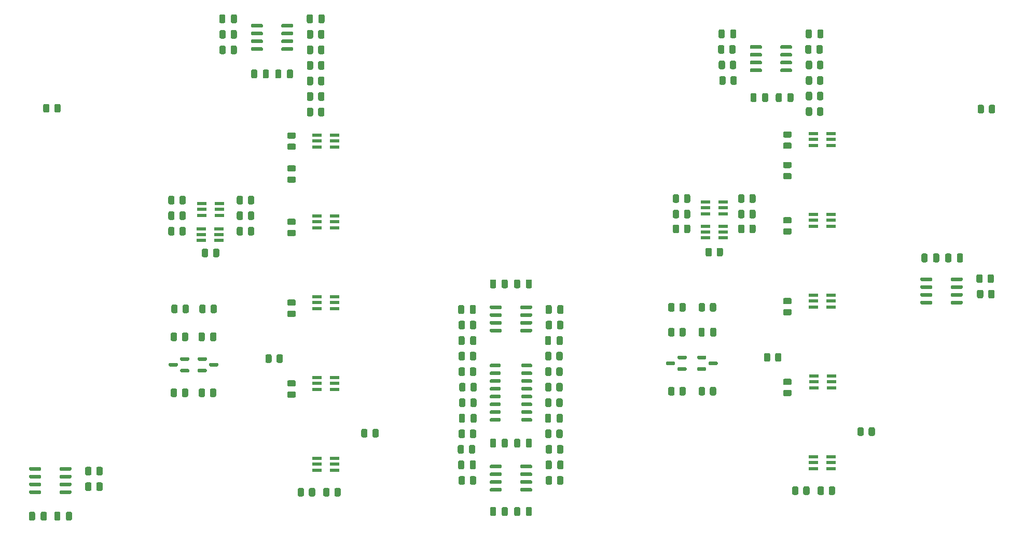
<source format=gbp>
G04 #@! TF.GenerationSoftware,KiCad,Pcbnew,6.0.5+dfsg-1~bpo11+1*
G04 #@! TF.CreationDate,2022-08-16T14:47:16+00:00*
G04 #@! TF.ProjectId,filter_board,66696c74-6572-45f6-926f-6172642e6b69,0*
G04 #@! TF.SameCoordinates,Original*
G04 #@! TF.FileFunction,Paste,Bot*
G04 #@! TF.FilePolarity,Positive*
%FSLAX46Y46*%
G04 Gerber Fmt 4.6, Leading zero omitted, Abs format (unit mm)*
G04 Created by KiCad (PCBNEW 6.0.5+dfsg-1~bpo11+1) date 2022-08-16 14:47:16*
%MOMM*%
%LPD*%
G01*
G04 APERTURE LIST*
%ADD10R,1.500000X0.550000*%
G04 APERTURE END LIST*
G36*
G01*
X96698100Y-98991400D02*
X96698100Y-99941400D01*
G75*
G02*
X96448100Y-100191400I-250000J0D01*
G01*
X95948100Y-100191400D01*
G75*
G02*
X95698100Y-99941400I0J250000D01*
G01*
X95698100Y-98991400D01*
G75*
G02*
X95948100Y-98741400I250000J0D01*
G01*
X96448100Y-98741400D01*
G75*
G02*
X96698100Y-98991400I0J-250000D01*
G01*
G37*
G36*
G01*
X94798100Y-98991400D02*
X94798100Y-99941400D01*
G75*
G02*
X94548100Y-100191400I-250000J0D01*
G01*
X94048100Y-100191400D01*
G75*
G02*
X93798100Y-99941400I0J250000D01*
G01*
X93798100Y-98991400D01*
G75*
G02*
X94048100Y-98741400I250000J0D01*
G01*
X94548100Y-98741400D01*
G75*
G02*
X94798100Y-98991400I0J-250000D01*
G01*
G37*
D10*
X116002100Y-79720400D03*
X116002100Y-80670400D03*
X116002100Y-81620400D03*
X113102100Y-81620400D03*
X113102100Y-80670400D03*
X113102100Y-79720400D03*
X179402400Y-81369500D03*
X179402400Y-82319500D03*
X179402400Y-83269500D03*
X176502400Y-83269500D03*
X176502400Y-82319500D03*
X176502400Y-81369500D03*
G36*
G01*
X123192600Y-114764400D02*
X123192600Y-115664400D01*
G75*
G02*
X122942600Y-115914400I-250000J0D01*
G01*
X122417600Y-115914400D01*
G75*
G02*
X122167600Y-115664400I0J250000D01*
G01*
X122167600Y-114764400D01*
G75*
G02*
X122417600Y-114514400I250000J0D01*
G01*
X122942600Y-114514400D01*
G75*
G02*
X123192600Y-114764400I0J-250000D01*
G01*
G37*
G36*
G01*
X121367600Y-114764400D02*
X121367600Y-115664400D01*
G75*
G02*
X121117600Y-115914400I-250000J0D01*
G01*
X120592600Y-115914400D01*
G75*
G02*
X120342600Y-115664400I0J250000D01*
G01*
X120342600Y-114764400D01*
G75*
G02*
X120592600Y-114514400I250000J0D01*
G01*
X121117600Y-114514400D01*
G75*
G02*
X121367600Y-114764400I0J-250000D01*
G01*
G37*
G36*
G01*
X189440400Y-93110000D02*
X190340400Y-93110000D01*
G75*
G02*
X190590400Y-93360000I0J-250000D01*
G01*
X190590400Y-93885000D01*
G75*
G02*
X190340400Y-94135000I-250000J0D01*
G01*
X189440400Y-94135000D01*
G75*
G02*
X189190400Y-93885000I0J250000D01*
G01*
X189190400Y-93360000D01*
G75*
G02*
X189440400Y-93110000I250000J0D01*
G01*
G37*
G36*
G01*
X189440400Y-94935000D02*
X190340400Y-94935000D01*
G75*
G02*
X190590400Y-95185000I0J-250000D01*
G01*
X190590400Y-95710000D01*
G75*
G02*
X190340400Y-95960000I-250000J0D01*
G01*
X189440400Y-95960000D01*
G75*
G02*
X189190400Y-95710000I0J250000D01*
G01*
X189190400Y-95185000D01*
G75*
G02*
X189440400Y-94935000I250000J0D01*
G01*
G37*
G36*
G01*
X214672800Y-86088200D02*
X214672800Y-87038200D01*
G75*
G02*
X214422800Y-87288200I-250000J0D01*
G01*
X213922800Y-87288200D01*
G75*
G02*
X213672800Y-87038200I0J250000D01*
G01*
X213672800Y-86088200D01*
G75*
G02*
X213922800Y-85838200I250000J0D01*
G01*
X214422800Y-85838200D01*
G75*
G02*
X214672800Y-86088200I0J-250000D01*
G01*
G37*
G36*
G01*
X212772800Y-86088200D02*
X212772800Y-87038200D01*
G75*
G02*
X212522800Y-87288200I-250000J0D01*
G01*
X212022800Y-87288200D01*
G75*
G02*
X211772800Y-87038200I0J250000D01*
G01*
X211772800Y-86088200D01*
G75*
G02*
X212022800Y-85838200I250000J0D01*
G01*
X212522800Y-85838200D01*
G75*
G02*
X212772800Y-86088200I0J-250000D01*
G01*
G37*
X97206100Y-77688400D03*
X97206100Y-78638400D03*
X97206100Y-79588400D03*
X94306100Y-79588400D03*
X94306100Y-78638400D03*
X94306100Y-77688400D03*
G36*
G01*
X150338500Y-100551000D02*
X150338500Y-99601000D01*
G75*
G02*
X150588500Y-99351000I250000J0D01*
G01*
X151088500Y-99351000D01*
G75*
G02*
X151338500Y-99601000I0J-250000D01*
G01*
X151338500Y-100551000D01*
G75*
G02*
X151088500Y-100801000I-250000J0D01*
G01*
X150588500Y-100801000D01*
G75*
G02*
X150338500Y-100551000I0J250000D01*
G01*
G37*
G36*
G01*
X152238500Y-100551000D02*
X152238500Y-99601000D01*
G75*
G02*
X152488500Y-99351000I250000J0D01*
G01*
X152988500Y-99351000D01*
G75*
G02*
X153238500Y-99601000I0J-250000D01*
G01*
X153238500Y-100551000D01*
G75*
G02*
X152988500Y-100801000I-250000J0D01*
G01*
X152488500Y-100801000D01*
G75*
G02*
X152238500Y-100551000I0J250000D01*
G01*
G37*
G36*
G01*
X175424400Y-95088500D02*
X175424400Y-94188500D01*
G75*
G02*
X175674400Y-93938500I250000J0D01*
G01*
X176199400Y-93938500D01*
G75*
G02*
X176449400Y-94188500I0J-250000D01*
G01*
X176449400Y-95088500D01*
G75*
G02*
X176199400Y-95338500I-250000J0D01*
G01*
X175674400Y-95338500D01*
G75*
G02*
X175424400Y-95088500I0J250000D01*
G01*
G37*
G36*
G01*
X177249400Y-95088500D02*
X177249400Y-94188500D01*
G75*
G02*
X177499400Y-93938500I250000J0D01*
G01*
X178024400Y-93938500D01*
G75*
G02*
X178274400Y-94188500I0J-250000D01*
G01*
X178274400Y-95088500D01*
G75*
G02*
X178024400Y-95338500I-250000J0D01*
G01*
X177499400Y-95338500D01*
G75*
G02*
X177249400Y-95088500I0J250000D01*
G01*
G37*
G36*
G01*
X111453000Y-47947600D02*
X111453000Y-46997600D01*
G75*
G02*
X111703000Y-46747600I250000J0D01*
G01*
X112203000Y-46747600D01*
G75*
G02*
X112453000Y-46997600I0J-250000D01*
G01*
X112453000Y-47947600D01*
G75*
G02*
X112203000Y-48197600I-250000J0D01*
G01*
X111703000Y-48197600D01*
G75*
G02*
X111453000Y-47947600I0J250000D01*
G01*
G37*
G36*
G01*
X113353000Y-47947600D02*
X113353000Y-46997600D01*
G75*
G02*
X113603000Y-46747600I250000J0D01*
G01*
X114103000Y-46747600D01*
G75*
G02*
X114353000Y-46997600I0J-250000D01*
G01*
X114353000Y-47947600D01*
G75*
G02*
X114103000Y-48197600I-250000J0D01*
G01*
X113603000Y-48197600D01*
G75*
G02*
X113353000Y-47947600I0J250000D01*
G01*
G37*
G36*
G01*
X96673100Y-108160400D02*
X96673100Y-109060400D01*
G75*
G02*
X96423100Y-109310400I-250000J0D01*
G01*
X95898100Y-109310400D01*
G75*
G02*
X95648100Y-109060400I0J250000D01*
G01*
X95648100Y-108160400D01*
G75*
G02*
X95898100Y-107910400I250000J0D01*
G01*
X96423100Y-107910400D01*
G75*
G02*
X96673100Y-108160400I0J-250000D01*
G01*
G37*
G36*
G01*
X94848100Y-108160400D02*
X94848100Y-109060400D01*
G75*
G02*
X94598100Y-109310400I-250000J0D01*
G01*
X94073100Y-109310400D01*
G75*
G02*
X93823100Y-109060400I0J250000D01*
G01*
X93823100Y-108160400D01*
G75*
G02*
X94073100Y-107910400I250000J0D01*
G01*
X94598100Y-107910400D01*
G75*
G02*
X94848100Y-108160400I0J-250000D01*
G01*
G37*
X197015400Y-92672500D03*
X197015400Y-93622500D03*
X197015400Y-94572500D03*
X194115400Y-94572500D03*
X194115400Y-93622500D03*
X194115400Y-92672500D03*
G36*
G01*
X109207000Y-56014600D02*
X109207000Y-56964600D01*
G75*
G02*
X108957000Y-57214600I-250000J0D01*
G01*
X108457000Y-57214600D01*
G75*
G02*
X108207000Y-56964600I0J250000D01*
G01*
X108207000Y-56014600D01*
G75*
G02*
X108457000Y-55764600I250000J0D01*
G01*
X108957000Y-55764600D01*
G75*
G02*
X109207000Y-56014600I0J-250000D01*
G01*
G37*
G36*
G01*
X107307000Y-56014600D02*
X107307000Y-56964600D01*
G75*
G02*
X107057000Y-57214600I-250000J0D01*
G01*
X106557000Y-57214600D01*
G75*
G02*
X106307000Y-56964600I0J250000D01*
G01*
X106307000Y-56014600D01*
G75*
G02*
X106557000Y-55764600I250000J0D01*
G01*
X107057000Y-55764600D01*
G75*
G02*
X107307000Y-56014600I0J-250000D01*
G01*
G37*
G36*
G01*
X150363500Y-105606000D02*
X150363500Y-104706000D01*
G75*
G02*
X150613500Y-104456000I250000J0D01*
G01*
X151138500Y-104456000D01*
G75*
G02*
X151388500Y-104706000I0J-250000D01*
G01*
X151388500Y-105606000D01*
G75*
G02*
X151138500Y-105856000I-250000J0D01*
G01*
X150613500Y-105856000D01*
G75*
G02*
X150363500Y-105606000I0J250000D01*
G01*
G37*
G36*
G01*
X152188500Y-105606000D02*
X152188500Y-104706000D01*
G75*
G02*
X152438500Y-104456000I250000J0D01*
G01*
X152963500Y-104456000D01*
G75*
G02*
X153213500Y-104706000I0J-250000D01*
G01*
X153213500Y-105606000D01*
G75*
G02*
X152963500Y-105856000I-250000J0D01*
G01*
X152438500Y-105856000D01*
G75*
G02*
X152188500Y-105606000I0J250000D01*
G01*
G37*
G36*
G01*
X189440400Y-65885000D02*
X190340400Y-65885000D01*
G75*
G02*
X190590400Y-66135000I0J-250000D01*
G01*
X190590400Y-66660000D01*
G75*
G02*
X190340400Y-66910000I-250000J0D01*
G01*
X189440400Y-66910000D01*
G75*
G02*
X189190400Y-66660000I0J250000D01*
G01*
X189190400Y-66135000D01*
G75*
G02*
X189440400Y-65885000I250000J0D01*
G01*
G37*
G36*
G01*
X189440400Y-67710000D02*
X190340400Y-67710000D01*
G75*
G02*
X190590400Y-67960000I0J-250000D01*
G01*
X190590400Y-68485000D01*
G75*
G02*
X190340400Y-68735000I-250000J0D01*
G01*
X189440400Y-68735000D01*
G75*
G02*
X189190400Y-68485000I0J250000D01*
G01*
X189190400Y-67960000D01*
G75*
G02*
X189440400Y-67710000I250000J0D01*
G01*
G37*
G36*
G01*
X139093000Y-104706000D02*
X139093000Y-105606000D01*
G75*
G02*
X138843000Y-105856000I-250000J0D01*
G01*
X138318000Y-105856000D01*
G75*
G02*
X138068000Y-105606000I0J250000D01*
G01*
X138068000Y-104706000D01*
G75*
G02*
X138318000Y-104456000I250000J0D01*
G01*
X138843000Y-104456000D01*
G75*
G02*
X139093000Y-104706000I0J-250000D01*
G01*
G37*
G36*
G01*
X137268000Y-104706000D02*
X137268000Y-105606000D01*
G75*
G02*
X137018000Y-105856000I-250000J0D01*
G01*
X136493000Y-105856000D01*
G75*
G02*
X136243000Y-105606000I0J250000D01*
G01*
X136243000Y-104706000D01*
G75*
G02*
X136493000Y-104456000I250000J0D01*
G01*
X137018000Y-104456000D01*
G75*
G02*
X137268000Y-104706000I0J-250000D01*
G01*
G37*
G36*
G01*
X144264000Y-90330000D02*
X144264000Y-91280000D01*
G75*
G02*
X144014000Y-91530000I-250000J0D01*
G01*
X143514000Y-91530000D01*
G75*
G02*
X143264000Y-91280000I0J250000D01*
G01*
X143264000Y-90330000D01*
G75*
G02*
X143514000Y-90080000I250000J0D01*
G01*
X144014000Y-90080000D01*
G75*
G02*
X144264000Y-90330000I0J-250000D01*
G01*
G37*
G36*
G01*
X142364000Y-90330000D02*
X142364000Y-91280000D01*
G75*
G02*
X142114000Y-91530000I-250000J0D01*
G01*
X141614000Y-91530000D01*
G75*
G02*
X141364000Y-91280000I0J250000D01*
G01*
X141364000Y-90330000D01*
G75*
G02*
X141614000Y-90080000I250000J0D01*
G01*
X142114000Y-90080000D01*
G75*
G02*
X142364000Y-90330000I0J-250000D01*
G01*
G37*
G36*
G01*
X150467000Y-123386000D02*
X150467000Y-122486000D01*
G75*
G02*
X150717000Y-122236000I250000J0D01*
G01*
X151242000Y-122236000D01*
G75*
G02*
X151492000Y-122486000I0J-250000D01*
G01*
X151492000Y-123386000D01*
G75*
G02*
X151242000Y-123636000I-250000J0D01*
G01*
X150717000Y-123636000D01*
G75*
G02*
X150467000Y-123386000I0J250000D01*
G01*
G37*
G36*
G01*
X152292000Y-123386000D02*
X152292000Y-122486000D01*
G75*
G02*
X152542000Y-122236000I250000J0D01*
G01*
X153067000Y-122236000D01*
G75*
G02*
X153317000Y-122486000I0J-250000D01*
G01*
X153317000Y-123386000D01*
G75*
G02*
X153067000Y-123636000I-250000J0D01*
G01*
X152542000Y-123636000D01*
G75*
G02*
X152292000Y-123386000I0J250000D01*
G01*
G37*
G36*
G01*
X92272600Y-102938400D02*
X92272600Y-103238400D01*
G75*
G02*
X92122600Y-103388400I-150000J0D01*
G01*
X90947600Y-103388400D01*
G75*
G02*
X90797600Y-103238400I0J150000D01*
G01*
X90797600Y-102938400D01*
G75*
G02*
X90947600Y-102788400I150000J0D01*
G01*
X92122600Y-102788400D01*
G75*
G02*
X92272600Y-102938400I0J-150000D01*
G01*
G37*
G36*
G01*
X92272600Y-104838400D02*
X92272600Y-105138400D01*
G75*
G02*
X92122600Y-105288400I-150000J0D01*
G01*
X90947600Y-105288400D01*
G75*
G02*
X90797600Y-105138400I0J150000D01*
G01*
X90797600Y-104838400D01*
G75*
G02*
X90947600Y-104688400I150000J0D01*
G01*
X92122600Y-104688400D01*
G75*
G02*
X92272600Y-104838400I0J-150000D01*
G01*
G37*
G36*
G01*
X90397600Y-103888400D02*
X90397600Y-104188400D01*
G75*
G02*
X90247600Y-104338400I-150000J0D01*
G01*
X89072600Y-104338400D01*
G75*
G02*
X88922600Y-104188400I0J150000D01*
G01*
X88922600Y-103888400D01*
G75*
G02*
X89072600Y-103738400I150000J0D01*
G01*
X90247600Y-103738400D01*
G75*
G02*
X90397600Y-103888400I0J-150000D01*
G01*
G37*
G36*
G01*
X153342000Y-119921000D02*
X153342000Y-120871000D01*
G75*
G02*
X153092000Y-121121000I-250000J0D01*
G01*
X152592000Y-121121000D01*
G75*
G02*
X152342000Y-120871000I0J250000D01*
G01*
X152342000Y-119921000D01*
G75*
G02*
X152592000Y-119671000I250000J0D01*
G01*
X153092000Y-119671000D01*
G75*
G02*
X153342000Y-119921000I0J-250000D01*
G01*
G37*
G36*
G01*
X151442000Y-119921000D02*
X151442000Y-120871000D01*
G75*
G02*
X151192000Y-121121000I-250000J0D01*
G01*
X150692000Y-121121000D01*
G75*
G02*
X150442000Y-120871000I0J250000D01*
G01*
X150442000Y-119921000D01*
G75*
G02*
X150692000Y-119671000I250000J0D01*
G01*
X151192000Y-119671000D01*
G75*
G02*
X151442000Y-119921000I0J-250000D01*
G01*
G37*
G36*
G01*
X136092500Y-118306000D02*
X136092500Y-117406000D01*
G75*
G02*
X136342500Y-117156000I250000J0D01*
G01*
X136867500Y-117156000D01*
G75*
G02*
X137117500Y-117406000I0J-250000D01*
G01*
X137117500Y-118306000D01*
G75*
G02*
X136867500Y-118556000I-250000J0D01*
G01*
X136342500Y-118556000D01*
G75*
G02*
X136092500Y-118306000I0J250000D01*
G01*
G37*
G36*
G01*
X137917500Y-118306000D02*
X137917500Y-117406000D01*
G75*
G02*
X138167500Y-117156000I250000J0D01*
G01*
X138692500Y-117156000D01*
G75*
G02*
X138942500Y-117406000I0J-250000D01*
G01*
X138942500Y-118306000D01*
G75*
G02*
X138692500Y-118556000I-250000J0D01*
G01*
X138167500Y-118556000D01*
G75*
G02*
X137917500Y-118306000I0J250000D01*
G01*
G37*
G36*
G01*
X100022600Y-77564400D02*
X100022600Y-76664400D01*
G75*
G02*
X100272600Y-76414400I250000J0D01*
G01*
X100797600Y-76414400D01*
G75*
G02*
X101047600Y-76664400I0J-250000D01*
G01*
X101047600Y-77564400D01*
G75*
G02*
X100797600Y-77814400I-250000J0D01*
G01*
X100272600Y-77814400D01*
G75*
G02*
X100022600Y-77564400I0J250000D01*
G01*
G37*
G36*
G01*
X101847600Y-77564400D02*
X101847600Y-76664400D01*
G75*
G02*
X102097600Y-76414400I250000J0D01*
G01*
X102622600Y-76414400D01*
G75*
G02*
X102872600Y-76664400I0J-250000D01*
G01*
X102872600Y-77564400D01*
G75*
G02*
X102622600Y-77814400I-250000J0D01*
G01*
X102097600Y-77814400D01*
G75*
G02*
X101847600Y-77564400I0J250000D01*
G01*
G37*
G36*
G01*
X148196000Y-127541000D02*
X148196000Y-128491000D01*
G75*
G02*
X147946000Y-128741000I-250000J0D01*
G01*
X147446000Y-128741000D01*
G75*
G02*
X147196000Y-128491000I0J250000D01*
G01*
X147196000Y-127541000D01*
G75*
G02*
X147446000Y-127291000I250000J0D01*
G01*
X147946000Y-127291000D01*
G75*
G02*
X148196000Y-127541000I0J-250000D01*
G01*
G37*
G36*
G01*
X146296000Y-127541000D02*
X146296000Y-128491000D01*
G75*
G02*
X146046000Y-128741000I-250000J0D01*
G01*
X145546000Y-128741000D01*
G75*
G02*
X145296000Y-128491000I0J250000D01*
G01*
X145296000Y-127541000D01*
G75*
G02*
X145546000Y-127291000I250000J0D01*
G01*
X146046000Y-127291000D01*
G75*
G02*
X146296000Y-127541000I0J-250000D01*
G01*
G37*
G36*
G01*
X92101100Y-108160400D02*
X92101100Y-109060400D01*
G75*
G02*
X91851100Y-109310400I-250000J0D01*
G01*
X91326100Y-109310400D01*
G75*
G02*
X91076100Y-109060400I0J250000D01*
G01*
X91076100Y-108160400D01*
G75*
G02*
X91326100Y-107910400I250000J0D01*
G01*
X91851100Y-107910400D01*
G75*
G02*
X92101100Y-108160400I0J-250000D01*
G01*
G37*
G36*
G01*
X90276100Y-108160400D02*
X90276100Y-109060400D01*
G75*
G02*
X90026100Y-109310400I-250000J0D01*
G01*
X89501100Y-109310400D01*
G75*
G02*
X89251100Y-109060400I0J250000D01*
G01*
X89251100Y-108160400D01*
G75*
G02*
X89501100Y-107910400I250000J0D01*
G01*
X90026100Y-107910400D01*
G75*
G02*
X90276100Y-108160400I0J-250000D01*
G01*
G37*
G36*
G01*
X73139000Y-128303000D02*
X73139000Y-129253000D01*
G75*
G02*
X72889000Y-129503000I-250000J0D01*
G01*
X72389000Y-129503000D01*
G75*
G02*
X72139000Y-129253000I0J250000D01*
G01*
X72139000Y-128303000D01*
G75*
G02*
X72389000Y-128053000I250000J0D01*
G01*
X72889000Y-128053000D01*
G75*
G02*
X73139000Y-128303000I0J-250000D01*
G01*
G37*
G36*
G01*
X71239000Y-128303000D02*
X71239000Y-129253000D01*
G75*
G02*
X70989000Y-129503000I-250000J0D01*
G01*
X70489000Y-129503000D01*
G75*
G02*
X70239000Y-129253000I0J250000D01*
G01*
X70239000Y-128303000D01*
G75*
G02*
X70489000Y-128053000I250000J0D01*
G01*
X70989000Y-128053000D01*
G75*
G02*
X71239000Y-128303000I0J-250000D01*
G01*
G37*
X116002100Y-119344400D03*
X116002100Y-120294400D03*
X116002100Y-121244400D03*
X113102100Y-121244400D03*
X113102100Y-120294400D03*
X113102100Y-119344400D03*
G36*
G01*
X174043400Y-81361500D02*
X174043400Y-82261500D01*
G75*
G02*
X173793400Y-82511500I-250000J0D01*
G01*
X173268400Y-82511500D01*
G75*
G02*
X173018400Y-82261500I0J250000D01*
G01*
X173018400Y-81361500D01*
G75*
G02*
X173268400Y-81111500I250000J0D01*
G01*
X173793400Y-81111500D01*
G75*
G02*
X174043400Y-81361500I0J-250000D01*
G01*
G37*
G36*
G01*
X172218400Y-81361500D02*
X172218400Y-82261500D01*
G75*
G02*
X171968400Y-82511500I-250000J0D01*
G01*
X171443400Y-82511500D01*
G75*
G02*
X171193400Y-82261500I0J250000D01*
G01*
X171193400Y-81361500D01*
G75*
G02*
X171443400Y-81111500I250000J0D01*
G01*
X171968400Y-81111500D01*
G75*
G02*
X172218400Y-81361500I0J-250000D01*
G01*
G37*
G36*
G01*
X153317000Y-117406000D02*
X153317000Y-118306000D01*
G75*
G02*
X153067000Y-118556000I-250000J0D01*
G01*
X152542000Y-118556000D01*
G75*
G02*
X152292000Y-118306000I0J250000D01*
G01*
X152292000Y-117406000D01*
G75*
G02*
X152542000Y-117156000I250000J0D01*
G01*
X153067000Y-117156000D01*
G75*
G02*
X153317000Y-117406000I0J-250000D01*
G01*
G37*
G36*
G01*
X151492000Y-117406000D02*
X151492000Y-118306000D01*
G75*
G02*
X151242000Y-118556000I-250000J0D01*
G01*
X150717000Y-118556000D01*
G75*
G02*
X150467000Y-118306000I0J250000D01*
G01*
X150467000Y-117406000D01*
G75*
G02*
X150717000Y-117156000I250000J0D01*
G01*
X151242000Y-117156000D01*
G75*
G02*
X151492000Y-117406000I0J-250000D01*
G01*
G37*
G36*
G01*
X148230000Y-103990000D02*
X148230000Y-104290000D01*
G75*
G02*
X148080000Y-104440000I-150000J0D01*
G01*
X146630000Y-104440000D01*
G75*
G02*
X146480000Y-104290000I0J150000D01*
G01*
X146480000Y-103990000D01*
G75*
G02*
X146630000Y-103840000I150000J0D01*
G01*
X148080000Y-103840000D01*
G75*
G02*
X148230000Y-103990000I0J-150000D01*
G01*
G37*
G36*
G01*
X148230000Y-105260000D02*
X148230000Y-105560000D01*
G75*
G02*
X148080000Y-105710000I-150000J0D01*
G01*
X146630000Y-105710000D01*
G75*
G02*
X146480000Y-105560000I0J150000D01*
G01*
X146480000Y-105260000D01*
G75*
G02*
X146630000Y-105110000I150000J0D01*
G01*
X148080000Y-105110000D01*
G75*
G02*
X148230000Y-105260000I0J-150000D01*
G01*
G37*
G36*
G01*
X148230000Y-106530000D02*
X148230000Y-106830000D01*
G75*
G02*
X148080000Y-106980000I-150000J0D01*
G01*
X146630000Y-106980000D01*
G75*
G02*
X146480000Y-106830000I0J150000D01*
G01*
X146480000Y-106530000D01*
G75*
G02*
X146630000Y-106380000I150000J0D01*
G01*
X148080000Y-106380000D01*
G75*
G02*
X148230000Y-106530000I0J-150000D01*
G01*
G37*
G36*
G01*
X148230000Y-107800000D02*
X148230000Y-108100000D01*
G75*
G02*
X148080000Y-108250000I-150000J0D01*
G01*
X146630000Y-108250000D01*
G75*
G02*
X146480000Y-108100000I0J150000D01*
G01*
X146480000Y-107800000D01*
G75*
G02*
X146630000Y-107650000I150000J0D01*
G01*
X148080000Y-107650000D01*
G75*
G02*
X148230000Y-107800000I0J-150000D01*
G01*
G37*
G36*
G01*
X148230000Y-109070000D02*
X148230000Y-109370000D01*
G75*
G02*
X148080000Y-109520000I-150000J0D01*
G01*
X146630000Y-109520000D01*
G75*
G02*
X146480000Y-109370000I0J150000D01*
G01*
X146480000Y-109070000D01*
G75*
G02*
X146630000Y-108920000I150000J0D01*
G01*
X148080000Y-108920000D01*
G75*
G02*
X148230000Y-109070000I0J-150000D01*
G01*
G37*
G36*
G01*
X148230000Y-110340000D02*
X148230000Y-110640000D01*
G75*
G02*
X148080000Y-110790000I-150000J0D01*
G01*
X146630000Y-110790000D01*
G75*
G02*
X146480000Y-110640000I0J150000D01*
G01*
X146480000Y-110340000D01*
G75*
G02*
X146630000Y-110190000I150000J0D01*
G01*
X148080000Y-110190000D01*
G75*
G02*
X148230000Y-110340000I0J-150000D01*
G01*
G37*
G36*
G01*
X148230000Y-111610000D02*
X148230000Y-111910000D01*
G75*
G02*
X148080000Y-112060000I-150000J0D01*
G01*
X146630000Y-112060000D01*
G75*
G02*
X146480000Y-111910000I0J150000D01*
G01*
X146480000Y-111610000D01*
G75*
G02*
X146630000Y-111460000I150000J0D01*
G01*
X148080000Y-111460000D01*
G75*
G02*
X148230000Y-111610000I0J-150000D01*
G01*
G37*
G36*
G01*
X148230000Y-112880000D02*
X148230000Y-113180000D01*
G75*
G02*
X148080000Y-113330000I-150000J0D01*
G01*
X146630000Y-113330000D01*
G75*
G02*
X146480000Y-113180000I0J150000D01*
G01*
X146480000Y-112880000D01*
G75*
G02*
X146630000Y-112730000I150000J0D01*
G01*
X148080000Y-112730000D01*
G75*
G02*
X148230000Y-112880000I0J-150000D01*
G01*
G37*
G36*
G01*
X143080000Y-112880000D02*
X143080000Y-113180000D01*
G75*
G02*
X142930000Y-113330000I-150000J0D01*
G01*
X141480000Y-113330000D01*
G75*
G02*
X141330000Y-113180000I0J150000D01*
G01*
X141330000Y-112880000D01*
G75*
G02*
X141480000Y-112730000I150000J0D01*
G01*
X142930000Y-112730000D01*
G75*
G02*
X143080000Y-112880000I0J-150000D01*
G01*
G37*
G36*
G01*
X143080000Y-111610000D02*
X143080000Y-111910000D01*
G75*
G02*
X142930000Y-112060000I-150000J0D01*
G01*
X141480000Y-112060000D01*
G75*
G02*
X141330000Y-111910000I0J150000D01*
G01*
X141330000Y-111610000D01*
G75*
G02*
X141480000Y-111460000I150000J0D01*
G01*
X142930000Y-111460000D01*
G75*
G02*
X143080000Y-111610000I0J-150000D01*
G01*
G37*
G36*
G01*
X143080000Y-110340000D02*
X143080000Y-110640000D01*
G75*
G02*
X142930000Y-110790000I-150000J0D01*
G01*
X141480000Y-110790000D01*
G75*
G02*
X141330000Y-110640000I0J150000D01*
G01*
X141330000Y-110340000D01*
G75*
G02*
X141480000Y-110190000I150000J0D01*
G01*
X142930000Y-110190000D01*
G75*
G02*
X143080000Y-110340000I0J-150000D01*
G01*
G37*
G36*
G01*
X143080000Y-109070000D02*
X143080000Y-109370000D01*
G75*
G02*
X142930000Y-109520000I-150000J0D01*
G01*
X141480000Y-109520000D01*
G75*
G02*
X141330000Y-109370000I0J150000D01*
G01*
X141330000Y-109070000D01*
G75*
G02*
X141480000Y-108920000I150000J0D01*
G01*
X142930000Y-108920000D01*
G75*
G02*
X143080000Y-109070000I0J-150000D01*
G01*
G37*
G36*
G01*
X143080000Y-107800000D02*
X143080000Y-108100000D01*
G75*
G02*
X142930000Y-108250000I-150000J0D01*
G01*
X141480000Y-108250000D01*
G75*
G02*
X141330000Y-108100000I0J150000D01*
G01*
X141330000Y-107800000D01*
G75*
G02*
X141480000Y-107650000I150000J0D01*
G01*
X142930000Y-107650000D01*
G75*
G02*
X143080000Y-107800000I0J-150000D01*
G01*
G37*
G36*
G01*
X143080000Y-106530000D02*
X143080000Y-106830000D01*
G75*
G02*
X142930000Y-106980000I-150000J0D01*
G01*
X141480000Y-106980000D01*
G75*
G02*
X141330000Y-106830000I0J150000D01*
G01*
X141330000Y-106530000D01*
G75*
G02*
X141480000Y-106380000I150000J0D01*
G01*
X142930000Y-106380000D01*
G75*
G02*
X143080000Y-106530000I0J-150000D01*
G01*
G37*
G36*
G01*
X143080000Y-105260000D02*
X143080000Y-105560000D01*
G75*
G02*
X142930000Y-105710000I-150000J0D01*
G01*
X141480000Y-105710000D01*
G75*
G02*
X141330000Y-105560000I0J150000D01*
G01*
X141330000Y-105260000D01*
G75*
G02*
X141480000Y-105110000I150000J0D01*
G01*
X142930000Y-105110000D01*
G75*
G02*
X143080000Y-105260000I0J-150000D01*
G01*
G37*
G36*
G01*
X143080000Y-103990000D02*
X143080000Y-104290000D01*
G75*
G02*
X142930000Y-104440000I-150000J0D01*
G01*
X141480000Y-104440000D01*
G75*
G02*
X141330000Y-104290000I0J150000D01*
G01*
X141330000Y-103990000D01*
G75*
G02*
X141480000Y-103840000I150000J0D01*
G01*
X142930000Y-103840000D01*
G75*
G02*
X143080000Y-103990000I0J-150000D01*
G01*
G37*
G36*
G01*
X181861400Y-77308500D02*
X181861400Y-76408500D01*
G75*
G02*
X182111400Y-76158500I250000J0D01*
G01*
X182636400Y-76158500D01*
G75*
G02*
X182886400Y-76408500I0J-250000D01*
G01*
X182886400Y-77308500D01*
G75*
G02*
X182636400Y-77558500I-250000J0D01*
G01*
X182111400Y-77558500D01*
G75*
G02*
X181861400Y-77308500I0J250000D01*
G01*
G37*
G36*
G01*
X183686400Y-77308500D02*
X183686400Y-76408500D01*
G75*
G02*
X183936400Y-76158500I250000J0D01*
G01*
X184461400Y-76158500D01*
G75*
G02*
X184711400Y-76408500I0J-250000D01*
G01*
X184711400Y-77308500D01*
G75*
G02*
X184461400Y-77558500I-250000J0D01*
G01*
X183936400Y-77558500D01*
G75*
G02*
X183686400Y-77308500I0J250000D01*
G01*
G37*
G36*
G01*
X148230000Y-120500000D02*
X148230000Y-120800000D01*
G75*
G02*
X148080000Y-120950000I-150000J0D01*
G01*
X146430000Y-120950000D01*
G75*
G02*
X146280000Y-120800000I0J150000D01*
G01*
X146280000Y-120500000D01*
G75*
G02*
X146430000Y-120350000I150000J0D01*
G01*
X148080000Y-120350000D01*
G75*
G02*
X148230000Y-120500000I0J-150000D01*
G01*
G37*
G36*
G01*
X148230000Y-121770000D02*
X148230000Y-122070000D01*
G75*
G02*
X148080000Y-122220000I-150000J0D01*
G01*
X146430000Y-122220000D01*
G75*
G02*
X146280000Y-122070000I0J150000D01*
G01*
X146280000Y-121770000D01*
G75*
G02*
X146430000Y-121620000I150000J0D01*
G01*
X148080000Y-121620000D01*
G75*
G02*
X148230000Y-121770000I0J-150000D01*
G01*
G37*
G36*
G01*
X148230000Y-123040000D02*
X148230000Y-123340000D01*
G75*
G02*
X148080000Y-123490000I-150000J0D01*
G01*
X146430000Y-123490000D01*
G75*
G02*
X146280000Y-123340000I0J150000D01*
G01*
X146280000Y-123040000D01*
G75*
G02*
X146430000Y-122890000I150000J0D01*
G01*
X148080000Y-122890000D01*
G75*
G02*
X148230000Y-123040000I0J-150000D01*
G01*
G37*
G36*
G01*
X148230000Y-124310000D02*
X148230000Y-124610000D01*
G75*
G02*
X148080000Y-124760000I-150000J0D01*
G01*
X146430000Y-124760000D01*
G75*
G02*
X146280000Y-124610000I0J150000D01*
G01*
X146280000Y-124310000D01*
G75*
G02*
X146430000Y-124160000I150000J0D01*
G01*
X148080000Y-124160000D01*
G75*
G02*
X148230000Y-124310000I0J-150000D01*
G01*
G37*
G36*
G01*
X143280000Y-124310000D02*
X143280000Y-124610000D01*
G75*
G02*
X143130000Y-124760000I-150000J0D01*
G01*
X141480000Y-124760000D01*
G75*
G02*
X141330000Y-124610000I0J150000D01*
G01*
X141330000Y-124310000D01*
G75*
G02*
X141480000Y-124160000I150000J0D01*
G01*
X143130000Y-124160000D01*
G75*
G02*
X143280000Y-124310000I0J-150000D01*
G01*
G37*
G36*
G01*
X143280000Y-123040000D02*
X143280000Y-123340000D01*
G75*
G02*
X143130000Y-123490000I-150000J0D01*
G01*
X141480000Y-123490000D01*
G75*
G02*
X141330000Y-123340000I0J150000D01*
G01*
X141330000Y-123040000D01*
G75*
G02*
X141480000Y-122890000I150000J0D01*
G01*
X143130000Y-122890000D01*
G75*
G02*
X143280000Y-123040000I0J-150000D01*
G01*
G37*
G36*
G01*
X143280000Y-121770000D02*
X143280000Y-122070000D01*
G75*
G02*
X143130000Y-122220000I-150000J0D01*
G01*
X141480000Y-122220000D01*
G75*
G02*
X141330000Y-122070000I0J150000D01*
G01*
X141330000Y-121770000D01*
G75*
G02*
X141480000Y-121620000I150000J0D01*
G01*
X143130000Y-121620000D01*
G75*
G02*
X143280000Y-121770000I0J-150000D01*
G01*
G37*
G36*
G01*
X143280000Y-120500000D02*
X143280000Y-120800000D01*
G75*
G02*
X143130000Y-120950000I-150000J0D01*
G01*
X141480000Y-120950000D01*
G75*
G02*
X141330000Y-120800000I0J150000D01*
G01*
X141330000Y-120500000D01*
G75*
G02*
X141480000Y-120350000I150000J0D01*
G01*
X143130000Y-120350000D01*
G75*
G02*
X143280000Y-120500000I0J-150000D01*
G01*
G37*
G36*
G01*
X184711400Y-78948500D02*
X184711400Y-79848500D01*
G75*
G02*
X184461400Y-80098500I-250000J0D01*
G01*
X183936400Y-80098500D01*
G75*
G02*
X183686400Y-79848500I0J250000D01*
G01*
X183686400Y-78948500D01*
G75*
G02*
X183936400Y-78698500I250000J0D01*
G01*
X184461400Y-78698500D01*
G75*
G02*
X184711400Y-78948500I0J-250000D01*
G01*
G37*
G36*
G01*
X182886400Y-78948500D02*
X182886400Y-79848500D01*
G75*
G02*
X182636400Y-80098500I-250000J0D01*
G01*
X182111400Y-80098500D01*
G75*
G02*
X181861400Y-79848500I0J250000D01*
G01*
X181861400Y-78948500D01*
G75*
G02*
X182111400Y-78698500I250000J0D01*
G01*
X182636400Y-78698500D01*
G75*
G02*
X182886400Y-78948500I0J-250000D01*
G01*
G37*
X116002100Y-106136400D03*
X116002100Y-107086400D03*
X116002100Y-108036400D03*
X113102100Y-108036400D03*
X113102100Y-107086400D03*
X113102100Y-106136400D03*
G36*
G01*
X178299400Y-98227500D02*
X178299400Y-99177500D01*
G75*
G02*
X178049400Y-99427500I-250000J0D01*
G01*
X177549400Y-99427500D01*
G75*
G02*
X177299400Y-99177500I0J250000D01*
G01*
X177299400Y-98227500D01*
G75*
G02*
X177549400Y-97977500I250000J0D01*
G01*
X178049400Y-97977500D01*
G75*
G02*
X178299400Y-98227500I0J-250000D01*
G01*
G37*
G36*
G01*
X176399400Y-98227500D02*
X176399400Y-99177500D01*
G75*
G02*
X176149400Y-99427500I-250000J0D01*
G01*
X175649400Y-99427500D01*
G75*
G02*
X175399400Y-99177500I0J250000D01*
G01*
X175399400Y-98227500D01*
G75*
G02*
X175649400Y-97977500I250000J0D01*
G01*
X176149400Y-97977500D01*
G75*
G02*
X176399400Y-98227500I0J-250000D01*
G01*
G37*
X197095400Y-105880500D03*
X197095400Y-106830500D03*
X197095400Y-107780500D03*
X194195400Y-107780500D03*
X194195400Y-106830500D03*
X194195400Y-105880500D03*
G36*
G01*
X100043000Y-49562600D02*
X100043000Y-50462600D01*
G75*
G02*
X99793000Y-50712600I-250000J0D01*
G01*
X99268000Y-50712600D01*
G75*
G02*
X99018000Y-50462600I0J250000D01*
G01*
X99018000Y-49562600D01*
G75*
G02*
X99268000Y-49312600I250000J0D01*
G01*
X99793000Y-49312600D01*
G75*
G02*
X100043000Y-49562600I0J-250000D01*
G01*
G37*
G36*
G01*
X98218000Y-49562600D02*
X98218000Y-50462600D01*
G75*
G02*
X97968000Y-50712600I-250000J0D01*
G01*
X97443000Y-50712600D01*
G75*
G02*
X97193000Y-50462600I0J250000D01*
G01*
X97193000Y-49562600D01*
G75*
G02*
X97443000Y-49312600I250000J0D01*
G01*
X97968000Y-49312600D01*
G75*
G02*
X98218000Y-49562600I0J-250000D01*
G01*
G37*
G36*
G01*
X109241000Y-48465600D02*
X109241000Y-48765600D01*
G75*
G02*
X109091000Y-48915600I-150000J0D01*
G01*
X107441000Y-48915600D01*
G75*
G02*
X107291000Y-48765600I0J150000D01*
G01*
X107291000Y-48465600D01*
G75*
G02*
X107441000Y-48315600I150000J0D01*
G01*
X109091000Y-48315600D01*
G75*
G02*
X109241000Y-48465600I0J-150000D01*
G01*
G37*
G36*
G01*
X109241000Y-49735600D02*
X109241000Y-50035600D01*
G75*
G02*
X109091000Y-50185600I-150000J0D01*
G01*
X107441000Y-50185600D01*
G75*
G02*
X107291000Y-50035600I0J150000D01*
G01*
X107291000Y-49735600D01*
G75*
G02*
X107441000Y-49585600I150000J0D01*
G01*
X109091000Y-49585600D01*
G75*
G02*
X109241000Y-49735600I0J-150000D01*
G01*
G37*
G36*
G01*
X109241000Y-51005600D02*
X109241000Y-51305600D01*
G75*
G02*
X109091000Y-51455600I-150000J0D01*
G01*
X107441000Y-51455600D01*
G75*
G02*
X107291000Y-51305600I0J150000D01*
G01*
X107291000Y-51005600D01*
G75*
G02*
X107441000Y-50855600I150000J0D01*
G01*
X109091000Y-50855600D01*
G75*
G02*
X109241000Y-51005600I0J-150000D01*
G01*
G37*
G36*
G01*
X109241000Y-52275600D02*
X109241000Y-52575600D01*
G75*
G02*
X109091000Y-52725600I-150000J0D01*
G01*
X107441000Y-52725600D01*
G75*
G02*
X107291000Y-52575600I0J150000D01*
G01*
X107291000Y-52275600D01*
G75*
G02*
X107441000Y-52125600I150000J0D01*
G01*
X109091000Y-52125600D01*
G75*
G02*
X109241000Y-52275600I0J-150000D01*
G01*
G37*
G36*
G01*
X104291000Y-52275600D02*
X104291000Y-52575600D01*
G75*
G02*
X104141000Y-52725600I-150000J0D01*
G01*
X102491000Y-52725600D01*
G75*
G02*
X102341000Y-52575600I0J150000D01*
G01*
X102341000Y-52275600D01*
G75*
G02*
X102491000Y-52125600I150000J0D01*
G01*
X104141000Y-52125600D01*
G75*
G02*
X104291000Y-52275600I0J-150000D01*
G01*
G37*
G36*
G01*
X104291000Y-51005600D02*
X104291000Y-51305600D01*
G75*
G02*
X104141000Y-51455600I-150000J0D01*
G01*
X102491000Y-51455600D01*
G75*
G02*
X102341000Y-51305600I0J150000D01*
G01*
X102341000Y-51005600D01*
G75*
G02*
X102491000Y-50855600I150000J0D01*
G01*
X104141000Y-50855600D01*
G75*
G02*
X104291000Y-51005600I0J-150000D01*
G01*
G37*
G36*
G01*
X104291000Y-49735600D02*
X104291000Y-50035600D01*
G75*
G02*
X104141000Y-50185600I-150000J0D01*
G01*
X102491000Y-50185600D01*
G75*
G02*
X102341000Y-50035600I0J150000D01*
G01*
X102341000Y-49735600D01*
G75*
G02*
X102491000Y-49585600I150000J0D01*
G01*
X104141000Y-49585600D01*
G75*
G02*
X104291000Y-49735600I0J-150000D01*
G01*
G37*
G36*
G01*
X104291000Y-48465600D02*
X104291000Y-48765600D01*
G75*
G02*
X104141000Y-48915600I-150000J0D01*
G01*
X102491000Y-48915600D01*
G75*
G02*
X102341000Y-48765600I0J150000D01*
G01*
X102341000Y-48465600D01*
G75*
G02*
X102491000Y-48315600I150000J0D01*
G01*
X104141000Y-48315600D01*
G75*
G02*
X104291000Y-48465600I0J-150000D01*
G01*
G37*
G36*
G01*
X116993100Y-124416400D02*
X116993100Y-125316400D01*
G75*
G02*
X116743100Y-125566400I-250000J0D01*
G01*
X116218100Y-125566400D01*
G75*
G02*
X115968100Y-125316400I0J250000D01*
G01*
X115968100Y-124416400D01*
G75*
G02*
X116218100Y-124166400I250000J0D01*
G01*
X116743100Y-124166400D01*
G75*
G02*
X116993100Y-124416400I0J-250000D01*
G01*
G37*
G36*
G01*
X115168100Y-124416400D02*
X115168100Y-125316400D01*
G75*
G02*
X114918100Y-125566400I-250000J0D01*
G01*
X114393100Y-125566400D01*
G75*
G02*
X114143100Y-125316400I0J250000D01*
G01*
X114143100Y-124416400D01*
G75*
G02*
X114393100Y-124166400I250000J0D01*
G01*
X114918100Y-124166400D01*
G75*
G02*
X115168100Y-124416400I0J-250000D01*
G01*
G37*
G36*
G01*
X189440400Y-70861500D02*
X190340400Y-70861500D01*
G75*
G02*
X190590400Y-71111500I0J-250000D01*
G01*
X190590400Y-71636500D01*
G75*
G02*
X190340400Y-71886500I-250000J0D01*
G01*
X189440400Y-71886500D01*
G75*
G02*
X189190400Y-71636500I0J250000D01*
G01*
X189190400Y-71111500D01*
G75*
G02*
X189440400Y-70861500I250000J0D01*
G01*
G37*
G36*
G01*
X189440400Y-72686500D02*
X190340400Y-72686500D01*
G75*
G02*
X190590400Y-72936500I0J-250000D01*
G01*
X190590400Y-73461500D01*
G75*
G02*
X190340400Y-73711500I-250000J0D01*
G01*
X189440400Y-73711500D01*
G75*
G02*
X189190400Y-73461500I0J250000D01*
G01*
X189190400Y-72936500D01*
G75*
G02*
X189440400Y-72686500I250000J0D01*
G01*
G37*
G36*
G01*
X189440400Y-79902000D02*
X190340400Y-79902000D01*
G75*
G02*
X190590400Y-80152000I0J-250000D01*
G01*
X190590400Y-80677000D01*
G75*
G02*
X190340400Y-80927000I-250000J0D01*
G01*
X189440400Y-80927000D01*
G75*
G02*
X189190400Y-80677000I0J250000D01*
G01*
X189190400Y-80152000D01*
G75*
G02*
X189440400Y-79902000I250000J0D01*
G01*
G37*
G36*
G01*
X189440400Y-81727000D02*
X190340400Y-81727000D01*
G75*
G02*
X190590400Y-81977000I0J-250000D01*
G01*
X190590400Y-82502000D01*
G75*
G02*
X190340400Y-82752000I-250000J0D01*
G01*
X189440400Y-82752000D01*
G75*
G02*
X189190400Y-82502000I0J250000D01*
G01*
X189190400Y-81977000D01*
G75*
G02*
X189440400Y-81727000I250000J0D01*
G01*
G37*
G36*
G01*
X150338500Y-113251000D02*
X150338500Y-112301000D01*
G75*
G02*
X150588500Y-112051000I250000J0D01*
G01*
X151088500Y-112051000D01*
G75*
G02*
X151338500Y-112301000I0J-250000D01*
G01*
X151338500Y-113251000D01*
G75*
G02*
X151088500Y-113501000I-250000J0D01*
G01*
X150588500Y-113501000D01*
G75*
G02*
X150338500Y-113251000I0J250000D01*
G01*
G37*
G36*
G01*
X152238500Y-113251000D02*
X152238500Y-112301000D01*
G75*
G02*
X152488500Y-112051000I250000J0D01*
G01*
X152988500Y-112051000D01*
G75*
G02*
X153238500Y-112301000I0J-250000D01*
G01*
X153238500Y-113251000D01*
G75*
G02*
X152988500Y-113501000I-250000J0D01*
G01*
X152488500Y-113501000D01*
G75*
G02*
X152238500Y-113251000I0J250000D01*
G01*
G37*
G36*
G01*
X188925900Y-102369200D02*
X188925900Y-103269200D01*
G75*
G02*
X188675900Y-103519200I-250000J0D01*
G01*
X188150900Y-103519200D01*
G75*
G02*
X187900900Y-103269200I0J250000D01*
G01*
X187900900Y-102369200D01*
G75*
G02*
X188150900Y-102119200I250000J0D01*
G01*
X188675900Y-102119200D01*
G75*
G02*
X188925900Y-102369200I0J-250000D01*
G01*
G37*
G36*
G01*
X187100900Y-102369200D02*
X187100900Y-103269200D01*
G75*
G02*
X186850900Y-103519200I-250000J0D01*
G01*
X186325900Y-103519200D01*
G75*
G02*
X186075900Y-103269200I0J250000D01*
G01*
X186075900Y-102369200D01*
G75*
G02*
X186325900Y-102119200I250000J0D01*
G01*
X186850900Y-102119200D01*
G75*
G02*
X187100900Y-102369200I0J-250000D01*
G01*
G37*
G36*
G01*
X150363500Y-108146000D02*
X150363500Y-107246000D01*
G75*
G02*
X150613500Y-106996000I250000J0D01*
G01*
X151138500Y-106996000D01*
G75*
G02*
X151388500Y-107246000I0J-250000D01*
G01*
X151388500Y-108146000D01*
G75*
G02*
X151138500Y-108396000I-250000J0D01*
G01*
X150613500Y-108396000D01*
G75*
G02*
X150363500Y-108146000I0J250000D01*
G01*
G37*
G36*
G01*
X152188500Y-108146000D02*
X152188500Y-107246000D01*
G75*
G02*
X152438500Y-106996000I250000J0D01*
G01*
X152963500Y-106996000D01*
G75*
G02*
X153213500Y-107246000I0J-250000D01*
G01*
X153213500Y-108146000D01*
G75*
G02*
X152963500Y-108396000I-250000J0D01*
G01*
X152438500Y-108396000D01*
G75*
G02*
X152188500Y-108146000I0J250000D01*
G01*
G37*
G36*
G01*
X114328000Y-54642600D02*
X114328000Y-55542600D01*
G75*
G02*
X114078000Y-55792600I-250000J0D01*
G01*
X113553000Y-55792600D01*
G75*
G02*
X113303000Y-55542600I0J250000D01*
G01*
X113303000Y-54642600D01*
G75*
G02*
X113553000Y-54392600I250000J0D01*
G01*
X114078000Y-54392600D01*
G75*
G02*
X114328000Y-54642600I0J-250000D01*
G01*
G37*
G36*
G01*
X112503000Y-54642600D02*
X112503000Y-55542600D01*
G75*
G02*
X112253000Y-55792600I-250000J0D01*
G01*
X111728000Y-55792600D01*
G75*
G02*
X111478000Y-55542600I0J250000D01*
G01*
X111478000Y-54642600D01*
G75*
G02*
X111728000Y-54392600I250000J0D01*
G01*
X112253000Y-54392600D01*
G75*
G02*
X112503000Y-54642600I0J-250000D01*
G01*
G37*
G36*
G01*
X69014000Y-128303000D02*
X69014000Y-129253000D01*
G75*
G02*
X68764000Y-129503000I-250000J0D01*
G01*
X68264000Y-129503000D01*
G75*
G02*
X68014000Y-129253000I0J250000D01*
G01*
X68014000Y-128303000D01*
G75*
G02*
X68264000Y-128053000I250000J0D01*
G01*
X68764000Y-128053000D01*
G75*
G02*
X69014000Y-128303000I0J-250000D01*
G01*
G37*
G36*
G01*
X67114000Y-128303000D02*
X67114000Y-129253000D01*
G75*
G02*
X66864000Y-129503000I-250000J0D01*
G01*
X66364000Y-129503000D01*
G75*
G02*
X66114000Y-129253000I0J250000D01*
G01*
X66114000Y-128303000D01*
G75*
G02*
X66364000Y-128053000I250000J0D01*
G01*
X66864000Y-128053000D01*
G75*
G02*
X67114000Y-128303000I0J-250000D01*
G01*
G37*
G36*
G01*
X148196000Y-90330000D02*
X148196000Y-91280000D01*
G75*
G02*
X147946000Y-91530000I-250000J0D01*
G01*
X147446000Y-91530000D01*
G75*
G02*
X147196000Y-91280000I0J250000D01*
G01*
X147196000Y-90330000D01*
G75*
G02*
X147446000Y-90080000I250000J0D01*
G01*
X147946000Y-90080000D01*
G75*
G02*
X148196000Y-90330000I0J-250000D01*
G01*
G37*
G36*
G01*
X146296000Y-90330000D02*
X146296000Y-91280000D01*
G75*
G02*
X146046000Y-91530000I-250000J0D01*
G01*
X145546000Y-91530000D01*
G75*
G02*
X145296000Y-91280000I0J250000D01*
G01*
X145296000Y-90330000D01*
G75*
G02*
X145546000Y-90080000I250000J0D01*
G01*
X146046000Y-90080000D01*
G75*
G02*
X146296000Y-90330000I0J-250000D01*
G01*
G37*
G36*
G01*
X150363500Y-103066000D02*
X150363500Y-102166000D01*
G75*
G02*
X150613500Y-101916000I250000J0D01*
G01*
X151138500Y-101916000D01*
G75*
G02*
X151388500Y-102166000I0J-250000D01*
G01*
X151388500Y-103066000D01*
G75*
G02*
X151138500Y-103316000I-250000J0D01*
G01*
X150613500Y-103316000D01*
G75*
G02*
X150363500Y-103066000I0J250000D01*
G01*
G37*
G36*
G01*
X152188500Y-103066000D02*
X152188500Y-102166000D01*
G75*
G02*
X152438500Y-101916000I250000J0D01*
G01*
X152963500Y-101916000D01*
G75*
G02*
X153213500Y-102166000I0J-250000D01*
G01*
X153213500Y-103066000D01*
G75*
G02*
X152963500Y-103316000I-250000J0D01*
G01*
X152438500Y-103316000D01*
G75*
G02*
X152188500Y-103066000I0J250000D01*
G01*
G37*
X116002100Y-66512400D03*
X116002100Y-67462400D03*
X116002100Y-68412400D03*
X113102100Y-68412400D03*
X113102100Y-67462400D03*
X113102100Y-66512400D03*
G36*
G01*
X223803900Y-61780000D02*
X223803900Y-62680000D01*
G75*
G02*
X223553900Y-62930000I-250000J0D01*
G01*
X223028900Y-62930000D01*
G75*
G02*
X222778900Y-62680000I0J250000D01*
G01*
X222778900Y-61780000D01*
G75*
G02*
X223028900Y-61530000I250000J0D01*
G01*
X223553900Y-61530000D01*
G75*
G02*
X223803900Y-61780000I0J-250000D01*
G01*
G37*
G36*
G01*
X221978900Y-61780000D02*
X221978900Y-62680000D01*
G75*
G02*
X221728900Y-62930000I-250000J0D01*
G01*
X221203900Y-62930000D01*
G75*
G02*
X220953900Y-62680000I0J250000D01*
G01*
X220953900Y-61780000D01*
G75*
G02*
X221203900Y-61530000I250000J0D01*
G01*
X221728900Y-61530000D01*
G75*
G02*
X221978900Y-61780000I0J-250000D01*
G01*
G37*
G36*
G01*
X93926600Y-95344400D02*
X93926600Y-94444400D01*
G75*
G02*
X94176600Y-94194400I250000J0D01*
G01*
X94701600Y-94194400D01*
G75*
G02*
X94951600Y-94444400I0J-250000D01*
G01*
X94951600Y-95344400D01*
G75*
G02*
X94701600Y-95594400I-250000J0D01*
G01*
X94176600Y-95594400D01*
G75*
G02*
X93926600Y-95344400I0J250000D01*
G01*
G37*
G36*
G01*
X95751600Y-95344400D02*
X95751600Y-94444400D01*
G75*
G02*
X96001600Y-94194400I250000J0D01*
G01*
X96526600Y-94194400D01*
G75*
G02*
X96776600Y-94444400I0J-250000D01*
G01*
X96776600Y-95344400D01*
G75*
G02*
X96526600Y-95594400I-250000J0D01*
G01*
X96001600Y-95594400D01*
G75*
G02*
X95751600Y-95344400I0J250000D01*
G01*
G37*
G36*
G01*
X75283000Y-121862000D02*
X75283000Y-120962000D01*
G75*
G02*
X75533000Y-120712000I250000J0D01*
G01*
X76058000Y-120712000D01*
G75*
G02*
X76308000Y-120962000I0J-250000D01*
G01*
X76308000Y-121862000D01*
G75*
G02*
X76058000Y-122112000I-250000J0D01*
G01*
X75533000Y-122112000D01*
G75*
G02*
X75283000Y-121862000I0J250000D01*
G01*
G37*
G36*
G01*
X77108000Y-121862000D02*
X77108000Y-120962000D01*
G75*
G02*
X77358000Y-120712000I250000J0D01*
G01*
X77883000Y-120712000D01*
G75*
G02*
X78133000Y-120962000I0J-250000D01*
G01*
X78133000Y-121862000D01*
G75*
G02*
X77883000Y-122112000I-250000J0D01*
G01*
X77358000Y-122112000D01*
G75*
G02*
X77108000Y-121862000I0J250000D01*
G01*
G37*
G36*
G01*
X108514100Y-71418400D02*
X109414100Y-71418400D01*
G75*
G02*
X109664100Y-71668400I0J-250000D01*
G01*
X109664100Y-72193400D01*
G75*
G02*
X109414100Y-72443400I-250000J0D01*
G01*
X108514100Y-72443400D01*
G75*
G02*
X108264100Y-72193400I0J250000D01*
G01*
X108264100Y-71668400D01*
G75*
G02*
X108514100Y-71418400I250000J0D01*
G01*
G37*
G36*
G01*
X108514100Y-73243400D02*
X109414100Y-73243400D01*
G75*
G02*
X109664100Y-73493400I0J-250000D01*
G01*
X109664100Y-74018400D01*
G75*
G02*
X109414100Y-74268400I-250000J0D01*
G01*
X108514100Y-74268400D01*
G75*
G02*
X108264100Y-74018400I0J250000D01*
G01*
X108264100Y-73493400D01*
G75*
G02*
X108514100Y-73243400I250000J0D01*
G01*
G37*
G36*
G01*
X150363500Y-115766000D02*
X150363500Y-114866000D01*
G75*
G02*
X150613500Y-114616000I250000J0D01*
G01*
X151138500Y-114616000D01*
G75*
G02*
X151388500Y-114866000I0J-250000D01*
G01*
X151388500Y-115766000D01*
G75*
G02*
X151138500Y-116016000I-250000J0D01*
G01*
X150613500Y-116016000D01*
G75*
G02*
X150363500Y-115766000I0J250000D01*
G01*
G37*
G36*
G01*
X152188500Y-115766000D02*
X152188500Y-114866000D01*
G75*
G02*
X152438500Y-114616000I250000J0D01*
G01*
X152963500Y-114616000D01*
G75*
G02*
X153213500Y-114866000I0J-250000D01*
G01*
X153213500Y-115766000D01*
G75*
G02*
X152963500Y-116016000I-250000J0D01*
G01*
X152438500Y-116016000D01*
G75*
G02*
X152188500Y-115766000I0J250000D01*
G01*
G37*
G36*
G01*
X197681900Y-124160500D02*
X197681900Y-125060500D01*
G75*
G02*
X197431900Y-125310500I-250000J0D01*
G01*
X196906900Y-125310500D01*
G75*
G02*
X196656900Y-125060500I0J250000D01*
G01*
X196656900Y-124160500D01*
G75*
G02*
X196906900Y-123910500I250000J0D01*
G01*
X197431900Y-123910500D01*
G75*
G02*
X197681900Y-124160500I0J-250000D01*
G01*
G37*
G36*
G01*
X195856900Y-124160500D02*
X195856900Y-125060500D01*
G75*
G02*
X195606900Y-125310500I-250000J0D01*
G01*
X195081900Y-125310500D01*
G75*
G02*
X194831900Y-125060500I0J250000D01*
G01*
X194831900Y-124160500D01*
G75*
G02*
X195081900Y-123910500I250000J0D01*
G01*
X195606900Y-123910500D01*
G75*
G02*
X195856900Y-124160500I0J-250000D01*
G01*
G37*
G36*
G01*
X181561400Y-49459500D02*
X181561400Y-50409500D01*
G75*
G02*
X181311400Y-50659500I-250000J0D01*
G01*
X180811400Y-50659500D01*
G75*
G02*
X180561400Y-50409500I0J250000D01*
G01*
X180561400Y-49459500D01*
G75*
G02*
X180811400Y-49209500I250000J0D01*
G01*
X181311400Y-49209500D01*
G75*
G02*
X181561400Y-49459500I0J-250000D01*
G01*
G37*
G36*
G01*
X179661400Y-49459500D02*
X179661400Y-50409500D01*
G75*
G02*
X179411400Y-50659500I-250000J0D01*
G01*
X178911400Y-50659500D01*
G75*
G02*
X178661400Y-50409500I0J250000D01*
G01*
X178661400Y-49459500D01*
G75*
G02*
X178911400Y-49209500I250000J0D01*
G01*
X179411400Y-49209500D01*
G75*
G02*
X179661400Y-49459500I0J-250000D01*
G01*
G37*
G36*
G01*
X173297900Y-107904500D02*
X173297900Y-108804500D01*
G75*
G02*
X173047900Y-109054500I-250000J0D01*
G01*
X172522900Y-109054500D01*
G75*
G02*
X172272900Y-108804500I0J250000D01*
G01*
X172272900Y-107904500D01*
G75*
G02*
X172522900Y-107654500I250000J0D01*
G01*
X173047900Y-107654500D01*
G75*
G02*
X173297900Y-107904500I0J-250000D01*
G01*
G37*
G36*
G01*
X171472900Y-107904500D02*
X171472900Y-108804500D01*
G75*
G02*
X171222900Y-109054500I-250000J0D01*
G01*
X170697900Y-109054500D01*
G75*
G02*
X170447900Y-108804500I0J250000D01*
G01*
X170447900Y-107904500D01*
G75*
G02*
X170697900Y-107654500I250000J0D01*
G01*
X171222900Y-107654500D01*
G75*
G02*
X171472900Y-107904500I0J-250000D01*
G01*
G37*
G36*
G01*
X175174400Y-104882500D02*
X175174400Y-104582500D01*
G75*
G02*
X175324400Y-104432500I150000J0D01*
G01*
X176499400Y-104432500D01*
G75*
G02*
X176649400Y-104582500I0J-150000D01*
G01*
X176649400Y-104882500D01*
G75*
G02*
X176499400Y-105032500I-150000J0D01*
G01*
X175324400Y-105032500D01*
G75*
G02*
X175174400Y-104882500I0J150000D01*
G01*
G37*
G36*
G01*
X175174400Y-102982500D02*
X175174400Y-102682500D01*
G75*
G02*
X175324400Y-102532500I150000J0D01*
G01*
X176499400Y-102532500D01*
G75*
G02*
X176649400Y-102682500I0J-150000D01*
G01*
X176649400Y-102982500D01*
G75*
G02*
X176499400Y-103132500I-150000J0D01*
G01*
X175324400Y-103132500D01*
G75*
G02*
X175174400Y-102982500I0J150000D01*
G01*
G37*
G36*
G01*
X177049400Y-103932500D02*
X177049400Y-103632500D01*
G75*
G02*
X177199400Y-103482500I150000J0D01*
G01*
X178374400Y-103482500D01*
G75*
G02*
X178524400Y-103632500I0J-150000D01*
G01*
X178524400Y-103932500D01*
G75*
G02*
X178374400Y-104082500I-150000J0D01*
G01*
X177199400Y-104082500D01*
G75*
G02*
X177049400Y-103932500I0J150000D01*
G01*
G37*
G36*
G01*
X136152000Y-120871000D02*
X136152000Y-119921000D01*
G75*
G02*
X136402000Y-119671000I250000J0D01*
G01*
X136902000Y-119671000D01*
G75*
G02*
X137152000Y-119921000I0J-250000D01*
G01*
X137152000Y-120871000D01*
G75*
G02*
X136902000Y-121121000I-250000J0D01*
G01*
X136402000Y-121121000D01*
G75*
G02*
X136152000Y-120871000I0J250000D01*
G01*
G37*
G36*
G01*
X138052000Y-120871000D02*
X138052000Y-119921000D01*
G75*
G02*
X138302000Y-119671000I250000J0D01*
G01*
X138802000Y-119671000D01*
G75*
G02*
X139052000Y-119921000I0J-250000D01*
G01*
X139052000Y-120871000D01*
G75*
G02*
X138802000Y-121121000I-250000J0D01*
G01*
X138302000Y-121121000D01*
G75*
G02*
X138052000Y-120871000I0J250000D01*
G01*
G37*
G36*
G01*
X112825600Y-124416400D02*
X112825600Y-125316400D01*
G75*
G02*
X112575600Y-125566400I-250000J0D01*
G01*
X112050600Y-125566400D01*
G75*
G02*
X111800600Y-125316400I0J250000D01*
G01*
X111800600Y-124416400D01*
G75*
G02*
X112050600Y-124166400I250000J0D01*
G01*
X112575600Y-124166400D01*
G75*
G02*
X112825600Y-124416400I0J-250000D01*
G01*
G37*
G36*
G01*
X111000600Y-124416400D02*
X111000600Y-125316400D01*
G75*
G02*
X110750600Y-125566400I-250000J0D01*
G01*
X110225600Y-125566400D01*
G75*
G02*
X109975600Y-125316400I0J250000D01*
G01*
X109975600Y-124416400D01*
G75*
G02*
X110225600Y-124166400I250000J0D01*
G01*
X110750600Y-124166400D01*
G75*
G02*
X111000600Y-124416400I0J-250000D01*
G01*
G37*
G36*
G01*
X153317000Y-97086000D02*
X153317000Y-97986000D01*
G75*
G02*
X153067000Y-98236000I-250000J0D01*
G01*
X152542000Y-98236000D01*
G75*
G02*
X152292000Y-97986000I0J250000D01*
G01*
X152292000Y-97086000D01*
G75*
G02*
X152542000Y-96836000I250000J0D01*
G01*
X153067000Y-96836000D01*
G75*
G02*
X153317000Y-97086000I0J-250000D01*
G01*
G37*
G36*
G01*
X151492000Y-97086000D02*
X151492000Y-97986000D01*
G75*
G02*
X151242000Y-98236000I-250000J0D01*
G01*
X150717000Y-98236000D01*
G75*
G02*
X150467000Y-97986000I0J250000D01*
G01*
X150467000Y-97086000D01*
G75*
G02*
X150717000Y-96836000I250000J0D01*
G01*
X151242000Y-96836000D01*
G75*
G02*
X151492000Y-97086000I0J-250000D01*
G01*
G37*
G36*
G01*
X186769400Y-59873500D02*
X186769400Y-60823500D01*
G75*
G02*
X186519400Y-61073500I-250000J0D01*
G01*
X186019400Y-61073500D01*
G75*
G02*
X185769400Y-60823500I0J250000D01*
G01*
X185769400Y-59873500D01*
G75*
G02*
X186019400Y-59623500I250000J0D01*
G01*
X186519400Y-59623500D01*
G75*
G02*
X186769400Y-59873500I0J-250000D01*
G01*
G37*
G36*
G01*
X184869400Y-59873500D02*
X184869400Y-60823500D01*
G75*
G02*
X184619400Y-61073500I-250000J0D01*
G01*
X184119400Y-61073500D01*
G75*
G02*
X183869400Y-60823500I0J250000D01*
G01*
X183869400Y-59873500D01*
G75*
G02*
X184119400Y-59623500I250000J0D01*
G01*
X184619400Y-59623500D01*
G75*
G02*
X184869400Y-59873500I0J-250000D01*
G01*
G37*
G36*
G01*
X189440400Y-106318000D02*
X190340400Y-106318000D01*
G75*
G02*
X190590400Y-106568000I0J-250000D01*
G01*
X190590400Y-107093000D01*
G75*
G02*
X190340400Y-107343000I-250000J0D01*
G01*
X189440400Y-107343000D01*
G75*
G02*
X189190400Y-107093000I0J250000D01*
G01*
X189190400Y-106568000D01*
G75*
G02*
X189440400Y-106318000I250000J0D01*
G01*
G37*
G36*
G01*
X189440400Y-108143000D02*
X190340400Y-108143000D01*
G75*
G02*
X190590400Y-108393000I0J-250000D01*
G01*
X190590400Y-108918000D01*
G75*
G02*
X190340400Y-109168000I-250000J0D01*
G01*
X189440400Y-109168000D01*
G75*
G02*
X189190400Y-108918000I0J250000D01*
G01*
X189190400Y-108393000D01*
G75*
G02*
X189440400Y-108143000I250000J0D01*
G01*
G37*
G36*
G01*
X218509900Y-89918400D02*
X218509900Y-90218400D01*
G75*
G02*
X218359900Y-90368400I-150000J0D01*
G01*
X216709900Y-90368400D01*
G75*
G02*
X216559900Y-90218400I0J150000D01*
G01*
X216559900Y-89918400D01*
G75*
G02*
X216709900Y-89768400I150000J0D01*
G01*
X218359900Y-89768400D01*
G75*
G02*
X218509900Y-89918400I0J-150000D01*
G01*
G37*
G36*
G01*
X218509900Y-91188400D02*
X218509900Y-91488400D01*
G75*
G02*
X218359900Y-91638400I-150000J0D01*
G01*
X216709900Y-91638400D01*
G75*
G02*
X216559900Y-91488400I0J150000D01*
G01*
X216559900Y-91188400D01*
G75*
G02*
X216709900Y-91038400I150000J0D01*
G01*
X218359900Y-91038400D01*
G75*
G02*
X218509900Y-91188400I0J-150000D01*
G01*
G37*
G36*
G01*
X218509900Y-92458400D02*
X218509900Y-92758400D01*
G75*
G02*
X218359900Y-92908400I-150000J0D01*
G01*
X216709900Y-92908400D01*
G75*
G02*
X216559900Y-92758400I0J150000D01*
G01*
X216559900Y-92458400D01*
G75*
G02*
X216709900Y-92308400I150000J0D01*
G01*
X218359900Y-92308400D01*
G75*
G02*
X218509900Y-92458400I0J-150000D01*
G01*
G37*
G36*
G01*
X218509900Y-93728400D02*
X218509900Y-94028400D01*
G75*
G02*
X218359900Y-94178400I-150000J0D01*
G01*
X216709900Y-94178400D01*
G75*
G02*
X216559900Y-94028400I0J150000D01*
G01*
X216559900Y-93728400D01*
G75*
G02*
X216709900Y-93578400I150000J0D01*
G01*
X218359900Y-93578400D01*
G75*
G02*
X218509900Y-93728400I0J-150000D01*
G01*
G37*
G36*
G01*
X213559900Y-93728400D02*
X213559900Y-94028400D01*
G75*
G02*
X213409900Y-94178400I-150000J0D01*
G01*
X211759900Y-94178400D01*
G75*
G02*
X211609900Y-94028400I0J150000D01*
G01*
X211609900Y-93728400D01*
G75*
G02*
X211759900Y-93578400I150000J0D01*
G01*
X213409900Y-93578400D01*
G75*
G02*
X213559900Y-93728400I0J-150000D01*
G01*
G37*
G36*
G01*
X213559900Y-92458400D02*
X213559900Y-92758400D01*
G75*
G02*
X213409900Y-92908400I-150000J0D01*
G01*
X211759900Y-92908400D01*
G75*
G02*
X211609900Y-92758400I0J150000D01*
G01*
X211609900Y-92458400D01*
G75*
G02*
X211759900Y-92308400I150000J0D01*
G01*
X213409900Y-92308400D01*
G75*
G02*
X213559900Y-92458400I0J-150000D01*
G01*
G37*
G36*
G01*
X213559900Y-91188400D02*
X213559900Y-91488400D01*
G75*
G02*
X213409900Y-91638400I-150000J0D01*
G01*
X211759900Y-91638400D01*
G75*
G02*
X211609900Y-91488400I0J150000D01*
G01*
X211609900Y-91188400D01*
G75*
G02*
X211759900Y-91038400I150000J0D01*
G01*
X213409900Y-91038400D01*
G75*
G02*
X213559900Y-91188400I0J-150000D01*
G01*
G37*
G36*
G01*
X213559900Y-89918400D02*
X213559900Y-90218400D01*
G75*
G02*
X213409900Y-90368400I-150000J0D01*
G01*
X211759900Y-90368400D01*
G75*
G02*
X211609900Y-90218400I0J150000D01*
G01*
X211609900Y-89918400D01*
G75*
G02*
X211759900Y-89768400I150000J0D01*
G01*
X213409900Y-89768400D01*
G75*
G02*
X213559900Y-89918400I0J-150000D01*
G01*
G37*
G36*
G01*
X144264000Y-127541000D02*
X144264000Y-128491000D01*
G75*
G02*
X144014000Y-128741000I-250000J0D01*
G01*
X143514000Y-128741000D01*
G75*
G02*
X143264000Y-128491000I0J250000D01*
G01*
X143264000Y-127541000D01*
G75*
G02*
X143514000Y-127291000I250000J0D01*
G01*
X144014000Y-127291000D01*
G75*
G02*
X144264000Y-127541000I0J-250000D01*
G01*
G37*
G36*
G01*
X142364000Y-127541000D02*
X142364000Y-128491000D01*
G75*
G02*
X142114000Y-128741000I-250000J0D01*
G01*
X141614000Y-128741000D01*
G75*
G02*
X141364000Y-128491000I0J250000D01*
G01*
X141364000Y-127541000D01*
G75*
G02*
X141614000Y-127291000I250000J0D01*
G01*
X142114000Y-127291000D01*
G75*
G02*
X142364000Y-127541000I0J-250000D01*
G01*
G37*
G36*
G01*
X114328000Y-59722600D02*
X114328000Y-60622600D01*
G75*
G02*
X114078000Y-60872600I-250000J0D01*
G01*
X113553000Y-60872600D01*
G75*
G02*
X113303000Y-60622600I0J250000D01*
G01*
X113303000Y-59722600D01*
G75*
G02*
X113553000Y-59472600I250000J0D01*
G01*
X114078000Y-59472600D01*
G75*
G02*
X114328000Y-59722600I0J-250000D01*
G01*
G37*
G36*
G01*
X112503000Y-59722600D02*
X112503000Y-60622600D01*
G75*
G02*
X112253000Y-60872600I-250000J0D01*
G01*
X111728000Y-60872600D01*
G75*
G02*
X111478000Y-60622600I0J250000D01*
G01*
X111478000Y-59722600D01*
G75*
G02*
X111728000Y-59472600I250000J0D01*
G01*
X112253000Y-59472600D01*
G75*
G02*
X112503000Y-59722600I0J-250000D01*
G01*
G37*
G36*
G01*
X71275000Y-61653000D02*
X71275000Y-62553000D01*
G75*
G02*
X71025000Y-62803000I-250000J0D01*
G01*
X70500000Y-62803000D01*
G75*
G02*
X70250000Y-62553000I0J250000D01*
G01*
X70250000Y-61653000D01*
G75*
G02*
X70500000Y-61403000I250000J0D01*
G01*
X71025000Y-61403000D01*
G75*
G02*
X71275000Y-61653000I0J-250000D01*
G01*
G37*
G36*
G01*
X69450000Y-61653000D02*
X69450000Y-62553000D01*
G75*
G02*
X69200000Y-62803000I-250000J0D01*
G01*
X68675000Y-62803000D01*
G75*
G02*
X68425000Y-62553000I0J250000D01*
G01*
X68425000Y-61653000D01*
G75*
G02*
X68675000Y-61403000I250000J0D01*
G01*
X69200000Y-61403000D01*
G75*
G02*
X69450000Y-61653000I0J-250000D01*
G01*
G37*
G36*
G01*
X139159000Y-109786000D02*
X139159000Y-110686000D01*
G75*
G02*
X138909000Y-110936000I-250000J0D01*
G01*
X138384000Y-110936000D01*
G75*
G02*
X138134000Y-110686000I0J250000D01*
G01*
X138134000Y-109786000D01*
G75*
G02*
X138384000Y-109536000I250000J0D01*
G01*
X138909000Y-109536000D01*
G75*
G02*
X139159000Y-109786000I0J-250000D01*
G01*
G37*
G36*
G01*
X137334000Y-109786000D02*
X137334000Y-110686000D01*
G75*
G02*
X137084000Y-110936000I-250000J0D01*
G01*
X136559000Y-110936000D01*
G75*
G02*
X136309000Y-110686000I0J250000D01*
G01*
X136309000Y-109786000D01*
G75*
G02*
X136559000Y-109536000I250000J0D01*
G01*
X137084000Y-109536000D01*
G75*
G02*
X137334000Y-109786000I0J-250000D01*
G01*
G37*
G36*
G01*
X114328000Y-57182600D02*
X114328000Y-58082600D01*
G75*
G02*
X114078000Y-58332600I-250000J0D01*
G01*
X113553000Y-58332600D01*
G75*
G02*
X113303000Y-58082600I0J250000D01*
G01*
X113303000Y-57182600D01*
G75*
G02*
X113553000Y-56932600I250000J0D01*
G01*
X114078000Y-56932600D01*
G75*
G02*
X114328000Y-57182600I0J-250000D01*
G01*
G37*
G36*
G01*
X112503000Y-57182600D02*
X112503000Y-58082600D01*
G75*
G02*
X112253000Y-58332600I-250000J0D01*
G01*
X111728000Y-58332600D01*
G75*
G02*
X111478000Y-58082600I0J250000D01*
G01*
X111478000Y-57182600D01*
G75*
G02*
X111728000Y-56932600I250000J0D01*
G01*
X112253000Y-56932600D01*
G75*
G02*
X112503000Y-57182600I0J-250000D01*
G01*
G37*
G36*
G01*
X108514100Y-93365900D02*
X109414100Y-93365900D01*
G75*
G02*
X109664100Y-93615900I0J-250000D01*
G01*
X109664100Y-94140900D01*
G75*
G02*
X109414100Y-94390900I-250000J0D01*
G01*
X108514100Y-94390900D01*
G75*
G02*
X108264100Y-94140900I0J250000D01*
G01*
X108264100Y-93615900D01*
G75*
G02*
X108514100Y-93365900I250000J0D01*
G01*
G37*
G36*
G01*
X108514100Y-95190900D02*
X109414100Y-95190900D01*
G75*
G02*
X109664100Y-95440900I0J-250000D01*
G01*
X109664100Y-95965900D01*
G75*
G02*
X109414100Y-96215900I-250000J0D01*
G01*
X108514100Y-96215900D01*
G75*
G02*
X108264100Y-95965900I0J250000D01*
G01*
X108264100Y-95440900D01*
G75*
G02*
X108514100Y-95190900I250000J0D01*
G01*
G37*
G36*
G01*
X144264000Y-116365000D02*
X144264000Y-117315000D01*
G75*
G02*
X144014000Y-117565000I-250000J0D01*
G01*
X143514000Y-117565000D01*
G75*
G02*
X143264000Y-117315000I0J250000D01*
G01*
X143264000Y-116365000D01*
G75*
G02*
X143514000Y-116115000I250000J0D01*
G01*
X144014000Y-116115000D01*
G75*
G02*
X144264000Y-116365000I0J-250000D01*
G01*
G37*
G36*
G01*
X142364000Y-116365000D02*
X142364000Y-117315000D01*
G75*
G02*
X142114000Y-117565000I-250000J0D01*
G01*
X141614000Y-117565000D01*
G75*
G02*
X141364000Y-117315000I0J250000D01*
G01*
X141364000Y-116365000D01*
G75*
G02*
X141614000Y-116115000I250000J0D01*
G01*
X142114000Y-116115000D01*
G75*
G02*
X142364000Y-116365000I0J-250000D01*
G01*
G37*
G36*
G01*
X97193000Y-53002600D02*
X97193000Y-52102600D01*
G75*
G02*
X97443000Y-51852600I250000J0D01*
G01*
X97968000Y-51852600D01*
G75*
G02*
X98218000Y-52102600I0J-250000D01*
G01*
X98218000Y-53002600D01*
G75*
G02*
X97968000Y-53252600I-250000J0D01*
G01*
X97443000Y-53252600D01*
G75*
G02*
X97193000Y-53002600I0J250000D01*
G01*
G37*
G36*
G01*
X99018000Y-53002600D02*
X99018000Y-52102600D01*
G75*
G02*
X99268000Y-51852600I250000J0D01*
G01*
X99793000Y-51852600D01*
G75*
G02*
X100043000Y-52102600I0J-250000D01*
G01*
X100043000Y-53002600D01*
G75*
G02*
X99793000Y-53252600I-250000J0D01*
G01*
X99268000Y-53252600D01*
G75*
G02*
X99018000Y-53002600I0J250000D01*
G01*
G37*
G36*
G01*
X114328000Y-52102600D02*
X114328000Y-53002600D01*
G75*
G02*
X114078000Y-53252600I-250000J0D01*
G01*
X113553000Y-53252600D01*
G75*
G02*
X113303000Y-53002600I0J250000D01*
G01*
X113303000Y-52102600D01*
G75*
G02*
X113553000Y-51852600I250000J0D01*
G01*
X114078000Y-51852600D01*
G75*
G02*
X114328000Y-52102600I0J-250000D01*
G01*
G37*
G36*
G01*
X112503000Y-52102600D02*
X112503000Y-53002600D01*
G75*
G02*
X112253000Y-53252600I-250000J0D01*
G01*
X111728000Y-53252600D01*
G75*
G02*
X111478000Y-53002600I0J250000D01*
G01*
X111478000Y-52102600D01*
G75*
G02*
X111728000Y-51852600I250000J0D01*
G01*
X112253000Y-51852600D01*
G75*
G02*
X112503000Y-52102600I0J-250000D01*
G01*
G37*
G36*
G01*
X114328000Y-62262600D02*
X114328000Y-63162600D01*
G75*
G02*
X114078000Y-63412600I-250000J0D01*
G01*
X113553000Y-63412600D01*
G75*
G02*
X113303000Y-63162600I0J250000D01*
G01*
X113303000Y-62262600D01*
G75*
G02*
X113553000Y-62012600I250000J0D01*
G01*
X114078000Y-62012600D01*
G75*
G02*
X114328000Y-62262600I0J-250000D01*
G01*
G37*
G36*
G01*
X112503000Y-62262600D02*
X112503000Y-63162600D01*
G75*
G02*
X112253000Y-63412600I-250000J0D01*
G01*
X111728000Y-63412600D01*
G75*
G02*
X111478000Y-63162600I0J250000D01*
G01*
X111478000Y-62262600D01*
G75*
G02*
X111728000Y-62012600I250000J0D01*
G01*
X112253000Y-62012600D01*
G75*
G02*
X112503000Y-62262600I0J-250000D01*
G01*
G37*
G36*
G01*
X195760400Y-54564500D02*
X195760400Y-55464500D01*
G75*
G02*
X195510400Y-55714500I-250000J0D01*
G01*
X194985400Y-55714500D01*
G75*
G02*
X194735400Y-55464500I0J250000D01*
G01*
X194735400Y-54564500D01*
G75*
G02*
X194985400Y-54314500I250000J0D01*
G01*
X195510400Y-54314500D01*
G75*
G02*
X195760400Y-54564500I0J-250000D01*
G01*
G37*
G36*
G01*
X193935400Y-54564500D02*
X193935400Y-55464500D01*
G75*
G02*
X193685400Y-55714500I-250000J0D01*
G01*
X193160400Y-55714500D01*
G75*
G02*
X192910400Y-55464500I0J250000D01*
G01*
X192910400Y-54564500D01*
G75*
G02*
X193160400Y-54314500I250000J0D01*
G01*
X193685400Y-54314500D01*
G75*
G02*
X193935400Y-54564500I0J-250000D01*
G01*
G37*
G36*
G01*
X136152000Y-95471000D02*
X136152000Y-94521000D01*
G75*
G02*
X136402000Y-94271000I250000J0D01*
G01*
X136902000Y-94271000D01*
G75*
G02*
X137152000Y-94521000I0J-250000D01*
G01*
X137152000Y-95471000D01*
G75*
G02*
X136902000Y-95721000I-250000J0D01*
G01*
X136402000Y-95721000D01*
G75*
G02*
X136152000Y-95471000I0J250000D01*
G01*
G37*
G36*
G01*
X138052000Y-95471000D02*
X138052000Y-94521000D01*
G75*
G02*
X138302000Y-94271000I250000J0D01*
G01*
X138802000Y-94271000D01*
G75*
G02*
X139052000Y-94521000I0J-250000D01*
G01*
X139052000Y-95471000D01*
G75*
G02*
X138802000Y-95721000I-250000J0D01*
G01*
X138302000Y-95721000D01*
G75*
G02*
X138052000Y-95471000I0J250000D01*
G01*
G37*
X197015400Y-119088500D03*
X197015400Y-120038500D03*
X197015400Y-120988500D03*
X194115400Y-120988500D03*
X194115400Y-120038500D03*
X194115400Y-119088500D03*
G36*
G01*
X108514100Y-66037400D02*
X109414100Y-66037400D01*
G75*
G02*
X109664100Y-66287400I0J-250000D01*
G01*
X109664100Y-66812400D01*
G75*
G02*
X109414100Y-67062400I-250000J0D01*
G01*
X108514100Y-67062400D01*
G75*
G02*
X108264100Y-66812400I0J250000D01*
G01*
X108264100Y-66287400D01*
G75*
G02*
X108514100Y-66037400I250000J0D01*
G01*
G37*
G36*
G01*
X108514100Y-67862400D02*
X109414100Y-67862400D01*
G75*
G02*
X109664100Y-68112400I0J-250000D01*
G01*
X109664100Y-68637400D01*
G75*
G02*
X109414100Y-68887400I-250000J0D01*
G01*
X108514100Y-68887400D01*
G75*
G02*
X108264100Y-68637400I0J250000D01*
G01*
X108264100Y-68112400D01*
G75*
G02*
X108514100Y-67862400I250000J0D01*
G01*
G37*
G36*
G01*
X174043400Y-78948500D02*
X174043400Y-79848500D01*
G75*
G02*
X173793400Y-80098500I-250000J0D01*
G01*
X173268400Y-80098500D01*
G75*
G02*
X173018400Y-79848500I0J250000D01*
G01*
X173018400Y-78948500D01*
G75*
G02*
X173268400Y-78698500I250000J0D01*
G01*
X173793400Y-78698500D01*
G75*
G02*
X174043400Y-78948500I0J-250000D01*
G01*
G37*
G36*
G01*
X172218400Y-78948500D02*
X172218400Y-79848500D01*
G75*
G02*
X171968400Y-80098500I-250000J0D01*
G01*
X171443400Y-80098500D01*
G75*
G02*
X171193400Y-79848500I0J250000D01*
G01*
X171193400Y-78948500D01*
G75*
G02*
X171443400Y-78698500I250000J0D01*
G01*
X171968400Y-78698500D01*
G75*
G02*
X172218400Y-78948500I0J-250000D01*
G01*
G37*
G36*
G01*
X139093000Y-122486000D02*
X139093000Y-123386000D01*
G75*
G02*
X138843000Y-123636000I-250000J0D01*
G01*
X138318000Y-123636000D01*
G75*
G02*
X138068000Y-123386000I0J250000D01*
G01*
X138068000Y-122486000D01*
G75*
G02*
X138318000Y-122236000I250000J0D01*
G01*
X138843000Y-122236000D01*
G75*
G02*
X139093000Y-122486000I0J-250000D01*
G01*
G37*
G36*
G01*
X137268000Y-122486000D02*
X137268000Y-123386000D01*
G75*
G02*
X137018000Y-123636000I-250000J0D01*
G01*
X136493000Y-123636000D01*
G75*
G02*
X136243000Y-123386000I0J250000D01*
G01*
X136243000Y-122486000D01*
G75*
G02*
X136493000Y-122236000I250000J0D01*
G01*
X137018000Y-122236000D01*
G75*
G02*
X137268000Y-122486000I0J-250000D01*
G01*
G37*
G36*
G01*
X102872600Y-79204400D02*
X102872600Y-80104400D01*
G75*
G02*
X102622600Y-80354400I-250000J0D01*
G01*
X102097600Y-80354400D01*
G75*
G02*
X101847600Y-80104400I0J250000D01*
G01*
X101847600Y-79204400D01*
G75*
G02*
X102097600Y-78954400I250000J0D01*
G01*
X102622600Y-78954400D01*
G75*
G02*
X102872600Y-79204400I0J-250000D01*
G01*
G37*
G36*
G01*
X101047600Y-79204400D02*
X101047600Y-80104400D01*
G75*
G02*
X100797600Y-80354400I-250000J0D01*
G01*
X100272600Y-80354400D01*
G75*
G02*
X100022600Y-80104400I0J250000D01*
G01*
X100022600Y-79204400D01*
G75*
G02*
X100272600Y-78954400I250000J0D01*
G01*
X100797600Y-78954400D01*
G75*
G02*
X101047600Y-79204400I0J-250000D01*
G01*
G37*
G36*
G01*
X107548100Y-102572400D02*
X107548100Y-103472400D01*
G75*
G02*
X107298100Y-103722400I-250000J0D01*
G01*
X106773100Y-103722400D01*
G75*
G02*
X106523100Y-103472400I0J250000D01*
G01*
X106523100Y-102572400D01*
G75*
G02*
X106773100Y-102322400I250000J0D01*
G01*
X107298100Y-102322400D01*
G75*
G02*
X107548100Y-102572400I0J-250000D01*
G01*
G37*
G36*
G01*
X105723100Y-102572400D02*
X105723100Y-103472400D01*
G75*
G02*
X105473100Y-103722400I-250000J0D01*
G01*
X104948100Y-103722400D01*
G75*
G02*
X104698100Y-103472400I0J250000D01*
G01*
X104698100Y-102572400D01*
G75*
G02*
X104948100Y-102322400I250000J0D01*
G01*
X105473100Y-102322400D01*
G75*
G02*
X105723100Y-102572400I0J-250000D01*
G01*
G37*
G36*
G01*
X190673400Y-51943500D02*
X190673400Y-52243500D01*
G75*
G02*
X190523400Y-52393500I-150000J0D01*
G01*
X188873400Y-52393500D01*
G75*
G02*
X188723400Y-52243500I0J150000D01*
G01*
X188723400Y-51943500D01*
G75*
G02*
X188873400Y-51793500I150000J0D01*
G01*
X190523400Y-51793500D01*
G75*
G02*
X190673400Y-51943500I0J-150000D01*
G01*
G37*
G36*
G01*
X190673400Y-53213500D02*
X190673400Y-53513500D01*
G75*
G02*
X190523400Y-53663500I-150000J0D01*
G01*
X188873400Y-53663500D01*
G75*
G02*
X188723400Y-53513500I0J150000D01*
G01*
X188723400Y-53213500D01*
G75*
G02*
X188873400Y-53063500I150000J0D01*
G01*
X190523400Y-53063500D01*
G75*
G02*
X190673400Y-53213500I0J-150000D01*
G01*
G37*
G36*
G01*
X190673400Y-54483500D02*
X190673400Y-54783500D01*
G75*
G02*
X190523400Y-54933500I-150000J0D01*
G01*
X188873400Y-54933500D01*
G75*
G02*
X188723400Y-54783500I0J150000D01*
G01*
X188723400Y-54483500D01*
G75*
G02*
X188873400Y-54333500I150000J0D01*
G01*
X190523400Y-54333500D01*
G75*
G02*
X190673400Y-54483500I0J-150000D01*
G01*
G37*
G36*
G01*
X190673400Y-55753500D02*
X190673400Y-56053500D01*
G75*
G02*
X190523400Y-56203500I-150000J0D01*
G01*
X188873400Y-56203500D01*
G75*
G02*
X188723400Y-56053500I0J150000D01*
G01*
X188723400Y-55753500D01*
G75*
G02*
X188873400Y-55603500I150000J0D01*
G01*
X190523400Y-55603500D01*
G75*
G02*
X190673400Y-55753500I0J-150000D01*
G01*
G37*
G36*
G01*
X185723400Y-55753500D02*
X185723400Y-56053500D01*
G75*
G02*
X185573400Y-56203500I-150000J0D01*
G01*
X183923400Y-56203500D01*
G75*
G02*
X183773400Y-56053500I0J150000D01*
G01*
X183773400Y-55753500D01*
G75*
G02*
X183923400Y-55603500I150000J0D01*
G01*
X185573400Y-55603500D01*
G75*
G02*
X185723400Y-55753500I0J-150000D01*
G01*
G37*
G36*
G01*
X185723400Y-54483500D02*
X185723400Y-54783500D01*
G75*
G02*
X185573400Y-54933500I-150000J0D01*
G01*
X183923400Y-54933500D01*
G75*
G02*
X183773400Y-54783500I0J150000D01*
G01*
X183773400Y-54483500D01*
G75*
G02*
X183923400Y-54333500I150000J0D01*
G01*
X185573400Y-54333500D01*
G75*
G02*
X185723400Y-54483500I0J-150000D01*
G01*
G37*
G36*
G01*
X185723400Y-53213500D02*
X185723400Y-53513500D01*
G75*
G02*
X185573400Y-53663500I-150000J0D01*
G01*
X183923400Y-53663500D01*
G75*
G02*
X183773400Y-53513500I0J150000D01*
G01*
X183773400Y-53213500D01*
G75*
G02*
X183923400Y-53063500I150000J0D01*
G01*
X185573400Y-53063500D01*
G75*
G02*
X185723400Y-53213500I0J-150000D01*
G01*
G37*
G36*
G01*
X185723400Y-51943500D02*
X185723400Y-52243500D01*
G75*
G02*
X185573400Y-52393500I-150000J0D01*
G01*
X183923400Y-52393500D01*
G75*
G02*
X183773400Y-52243500I0J150000D01*
G01*
X183773400Y-51943500D01*
G75*
G02*
X183923400Y-51793500I150000J0D01*
G01*
X185573400Y-51793500D01*
G75*
G02*
X185723400Y-51943500I0J-150000D01*
G01*
G37*
X197015400Y-66256500D03*
X197015400Y-67206500D03*
X197015400Y-68156500D03*
X194115400Y-68156500D03*
X194115400Y-67206500D03*
X194115400Y-66256500D03*
G36*
G01*
X173297900Y-94188500D02*
X173297900Y-95088500D01*
G75*
G02*
X173047900Y-95338500I-250000J0D01*
G01*
X172522900Y-95338500D01*
G75*
G02*
X172272900Y-95088500I0J250000D01*
G01*
X172272900Y-94188500D01*
G75*
G02*
X172522900Y-93938500I250000J0D01*
G01*
X173047900Y-93938500D01*
G75*
G02*
X173297900Y-94188500I0J-250000D01*
G01*
G37*
G36*
G01*
X171472900Y-94188500D02*
X171472900Y-95088500D01*
G75*
G02*
X171222900Y-95338500I-250000J0D01*
G01*
X170697900Y-95338500D01*
G75*
G02*
X170447900Y-95088500I0J250000D01*
G01*
X170447900Y-94188500D01*
G75*
G02*
X170697900Y-93938500I250000J0D01*
G01*
X171222900Y-93938500D01*
G75*
G02*
X171472900Y-94188500I0J-250000D01*
G01*
G37*
G36*
G01*
X139093000Y-114866000D02*
X139093000Y-115766000D01*
G75*
G02*
X138843000Y-116016000I-250000J0D01*
G01*
X138318000Y-116016000D01*
G75*
G02*
X138068000Y-115766000I0J250000D01*
G01*
X138068000Y-114866000D01*
G75*
G02*
X138318000Y-114616000I250000J0D01*
G01*
X138843000Y-114616000D01*
G75*
G02*
X139093000Y-114866000I0J-250000D01*
G01*
G37*
G36*
G01*
X137268000Y-114866000D02*
X137268000Y-115766000D01*
G75*
G02*
X137018000Y-116016000I-250000J0D01*
G01*
X136493000Y-116016000D01*
G75*
G02*
X136243000Y-115766000I0J250000D01*
G01*
X136243000Y-114866000D01*
G75*
G02*
X136493000Y-114616000I250000J0D01*
G01*
X137018000Y-114616000D01*
G75*
G02*
X137268000Y-114866000I0J-250000D01*
G01*
G37*
G36*
G01*
X192806900Y-52924500D02*
X192806900Y-52024500D01*
G75*
G02*
X193056900Y-51774500I250000J0D01*
G01*
X193581900Y-51774500D01*
G75*
G02*
X193831900Y-52024500I0J-250000D01*
G01*
X193831900Y-52924500D01*
G75*
G02*
X193581900Y-53174500I-250000J0D01*
G01*
X193056900Y-53174500D01*
G75*
G02*
X192806900Y-52924500I0J250000D01*
G01*
G37*
G36*
G01*
X194631900Y-52924500D02*
X194631900Y-52024500D01*
G75*
G02*
X194881900Y-51774500I250000J0D01*
G01*
X195406900Y-51774500D01*
G75*
G02*
X195656900Y-52024500I0J-250000D01*
G01*
X195656900Y-52924500D01*
G75*
G02*
X195406900Y-53174500I-250000J0D01*
G01*
X194881900Y-53174500D01*
G75*
G02*
X194631900Y-52924500I0J250000D01*
G01*
G37*
G36*
G01*
X220746900Y-90391400D02*
X220746900Y-89491400D01*
G75*
G02*
X220996900Y-89241400I250000J0D01*
G01*
X221521900Y-89241400D01*
G75*
G02*
X221771900Y-89491400I0J-250000D01*
G01*
X221771900Y-90391400D01*
G75*
G02*
X221521900Y-90641400I-250000J0D01*
G01*
X220996900Y-90641400D01*
G75*
G02*
X220746900Y-90391400I0J250000D01*
G01*
G37*
G36*
G01*
X222571900Y-90391400D02*
X222571900Y-89491400D01*
G75*
G02*
X222821900Y-89241400I250000J0D01*
G01*
X223346900Y-89241400D01*
G75*
G02*
X223596900Y-89491400I0J-250000D01*
G01*
X223596900Y-90391400D01*
G75*
G02*
X223346900Y-90641400I-250000J0D01*
G01*
X222821900Y-90641400D01*
G75*
G02*
X222571900Y-90391400I0J250000D01*
G01*
G37*
G36*
G01*
X176527400Y-86071500D02*
X176527400Y-85171500D01*
G75*
G02*
X176777400Y-84921500I250000J0D01*
G01*
X177302400Y-84921500D01*
G75*
G02*
X177552400Y-85171500I0J-250000D01*
G01*
X177552400Y-86071500D01*
G75*
G02*
X177302400Y-86321500I-250000J0D01*
G01*
X176777400Y-86321500D01*
G75*
G02*
X176527400Y-86071500I0J250000D01*
G01*
G37*
G36*
G01*
X178352400Y-86071500D02*
X178352400Y-85171500D01*
G75*
G02*
X178602400Y-84921500I250000J0D01*
G01*
X179127400Y-84921500D01*
G75*
G02*
X179377400Y-85171500I0J-250000D01*
G01*
X179377400Y-86071500D01*
G75*
G02*
X179127400Y-86321500I-250000J0D01*
G01*
X178602400Y-86321500D01*
G75*
G02*
X178352400Y-86071500I0J250000D01*
G01*
G37*
G36*
G01*
X178789900Y-58004500D02*
X178789900Y-57104500D01*
G75*
G02*
X179039900Y-56854500I250000J0D01*
G01*
X179564900Y-56854500D01*
G75*
G02*
X179814900Y-57104500I0J-250000D01*
G01*
X179814900Y-58004500D01*
G75*
G02*
X179564900Y-58254500I-250000J0D01*
G01*
X179039900Y-58254500D01*
G75*
G02*
X178789900Y-58004500I0J250000D01*
G01*
G37*
G36*
G01*
X180614900Y-58004500D02*
X180614900Y-57104500D01*
G75*
G02*
X180864900Y-56854500I250000J0D01*
G01*
X181389900Y-56854500D01*
G75*
G02*
X181639900Y-57104500I0J-250000D01*
G01*
X181639900Y-58004500D01*
G75*
G02*
X181389900Y-58254500I-250000J0D01*
G01*
X180864900Y-58254500D01*
G75*
G02*
X180614900Y-58004500I0J250000D01*
G01*
G37*
G36*
G01*
X111478000Y-50462600D02*
X111478000Y-49562600D01*
G75*
G02*
X111728000Y-49312600I250000J0D01*
G01*
X112253000Y-49312600D01*
G75*
G02*
X112503000Y-49562600I0J-250000D01*
G01*
X112503000Y-50462600D01*
G75*
G02*
X112253000Y-50712600I-250000J0D01*
G01*
X111728000Y-50712600D01*
G75*
G02*
X111478000Y-50462600I0J250000D01*
G01*
G37*
G36*
G01*
X113303000Y-50462600D02*
X113303000Y-49562600D01*
G75*
G02*
X113553000Y-49312600I250000J0D01*
G01*
X114078000Y-49312600D01*
G75*
G02*
X114328000Y-49562600I0J-250000D01*
G01*
X114328000Y-50462600D01*
G75*
G02*
X114078000Y-50712600I-250000J0D01*
G01*
X113553000Y-50712600D01*
G75*
G02*
X113303000Y-50462600I0J250000D01*
G01*
G37*
X116002100Y-92928400D03*
X116002100Y-93878400D03*
X116002100Y-94828400D03*
X113102100Y-94828400D03*
X113102100Y-93878400D03*
X113102100Y-92928400D03*
G36*
G01*
X173444400Y-102682500D02*
X173444400Y-102982500D01*
G75*
G02*
X173294400Y-103132500I-150000J0D01*
G01*
X172119400Y-103132500D01*
G75*
G02*
X171969400Y-102982500I0J150000D01*
G01*
X171969400Y-102682500D01*
G75*
G02*
X172119400Y-102532500I150000J0D01*
G01*
X173294400Y-102532500D01*
G75*
G02*
X173444400Y-102682500I0J-150000D01*
G01*
G37*
G36*
G01*
X173444400Y-104582500D02*
X173444400Y-104882500D01*
G75*
G02*
X173294400Y-105032500I-150000J0D01*
G01*
X172119400Y-105032500D01*
G75*
G02*
X171969400Y-104882500I0J150000D01*
G01*
X171969400Y-104582500D01*
G75*
G02*
X172119400Y-104432500I150000J0D01*
G01*
X173294400Y-104432500D01*
G75*
G02*
X173444400Y-104582500I0J-150000D01*
G01*
G37*
G36*
G01*
X171569400Y-103632500D02*
X171569400Y-103932500D01*
G75*
G02*
X171419400Y-104082500I-150000J0D01*
G01*
X170244400Y-104082500D01*
G75*
G02*
X170094400Y-103932500I0J150000D01*
G01*
X170094400Y-103632500D01*
G75*
G02*
X170244400Y-103482500I150000J0D01*
G01*
X171419400Y-103482500D01*
G75*
G02*
X171569400Y-103632500I0J-150000D01*
G01*
G37*
G36*
G01*
X195760400Y-59644500D02*
X195760400Y-60544500D01*
G75*
G02*
X195510400Y-60794500I-250000J0D01*
G01*
X194985400Y-60794500D01*
G75*
G02*
X194735400Y-60544500I0J250000D01*
G01*
X194735400Y-59644500D01*
G75*
G02*
X194985400Y-59394500I250000J0D01*
G01*
X195510400Y-59394500D01*
G75*
G02*
X195760400Y-59644500I0J-250000D01*
G01*
G37*
G36*
G01*
X193935400Y-59644500D02*
X193935400Y-60544500D01*
G75*
G02*
X193685400Y-60794500I-250000J0D01*
G01*
X193160400Y-60794500D01*
G75*
G02*
X192910400Y-60544500I0J250000D01*
G01*
X192910400Y-59644500D01*
G75*
G02*
X193160400Y-59394500I250000J0D01*
G01*
X193685400Y-59394500D01*
G75*
G02*
X193935400Y-59644500I0J-250000D01*
G01*
G37*
G36*
G01*
X139184000Y-112301000D02*
X139184000Y-113251000D01*
G75*
G02*
X138934000Y-113501000I-250000J0D01*
G01*
X138434000Y-113501000D01*
G75*
G02*
X138184000Y-113251000I0J250000D01*
G01*
X138184000Y-112301000D01*
G75*
G02*
X138434000Y-112051000I250000J0D01*
G01*
X138934000Y-112051000D01*
G75*
G02*
X139184000Y-112301000I0J-250000D01*
G01*
G37*
G36*
G01*
X137284000Y-112301000D02*
X137284000Y-113251000D01*
G75*
G02*
X137034000Y-113501000I-250000J0D01*
G01*
X136534000Y-113501000D01*
G75*
G02*
X136284000Y-113251000I0J250000D01*
G01*
X136284000Y-112301000D01*
G75*
G02*
X136534000Y-112051000I250000J0D01*
G01*
X137034000Y-112051000D01*
G75*
G02*
X137284000Y-112301000I0J-250000D01*
G01*
G37*
G36*
G01*
X153342000Y-94521000D02*
X153342000Y-95471000D01*
G75*
G02*
X153092000Y-95721000I-250000J0D01*
G01*
X152592000Y-95721000D01*
G75*
G02*
X152342000Y-95471000I0J250000D01*
G01*
X152342000Y-94521000D01*
G75*
G02*
X152592000Y-94271000I250000J0D01*
G01*
X153092000Y-94271000D01*
G75*
G02*
X153342000Y-94521000I0J-250000D01*
G01*
G37*
G36*
G01*
X151442000Y-94521000D02*
X151442000Y-95471000D01*
G75*
G02*
X151192000Y-95721000I-250000J0D01*
G01*
X150692000Y-95721000D01*
G75*
G02*
X150442000Y-95471000I0J250000D01*
G01*
X150442000Y-94521000D01*
G75*
G02*
X150692000Y-94271000I250000J0D01*
G01*
X151192000Y-94271000D01*
G75*
G02*
X151442000Y-94521000I0J-250000D01*
G01*
G37*
X197015400Y-79464500D03*
X197015400Y-80414500D03*
X197015400Y-81364500D03*
X194115400Y-81364500D03*
X194115400Y-80414500D03*
X194115400Y-79464500D03*
G36*
G01*
X148230000Y-94465000D02*
X148230000Y-94765000D01*
G75*
G02*
X148080000Y-94915000I-150000J0D01*
G01*
X146430000Y-94915000D01*
G75*
G02*
X146280000Y-94765000I0J150000D01*
G01*
X146280000Y-94465000D01*
G75*
G02*
X146430000Y-94315000I150000J0D01*
G01*
X148080000Y-94315000D01*
G75*
G02*
X148230000Y-94465000I0J-150000D01*
G01*
G37*
G36*
G01*
X148230000Y-95735000D02*
X148230000Y-96035000D01*
G75*
G02*
X148080000Y-96185000I-150000J0D01*
G01*
X146430000Y-96185000D01*
G75*
G02*
X146280000Y-96035000I0J150000D01*
G01*
X146280000Y-95735000D01*
G75*
G02*
X146430000Y-95585000I150000J0D01*
G01*
X148080000Y-95585000D01*
G75*
G02*
X148230000Y-95735000I0J-150000D01*
G01*
G37*
G36*
G01*
X148230000Y-97005000D02*
X148230000Y-97305000D01*
G75*
G02*
X148080000Y-97455000I-150000J0D01*
G01*
X146430000Y-97455000D01*
G75*
G02*
X146280000Y-97305000I0J150000D01*
G01*
X146280000Y-97005000D01*
G75*
G02*
X146430000Y-96855000I150000J0D01*
G01*
X148080000Y-96855000D01*
G75*
G02*
X148230000Y-97005000I0J-150000D01*
G01*
G37*
G36*
G01*
X148230000Y-98275000D02*
X148230000Y-98575000D01*
G75*
G02*
X148080000Y-98725000I-150000J0D01*
G01*
X146430000Y-98725000D01*
G75*
G02*
X146280000Y-98575000I0J150000D01*
G01*
X146280000Y-98275000D01*
G75*
G02*
X146430000Y-98125000I150000J0D01*
G01*
X148080000Y-98125000D01*
G75*
G02*
X148230000Y-98275000I0J-150000D01*
G01*
G37*
G36*
G01*
X143280000Y-98275000D02*
X143280000Y-98575000D01*
G75*
G02*
X143130000Y-98725000I-150000J0D01*
G01*
X141480000Y-98725000D01*
G75*
G02*
X141330000Y-98575000I0J150000D01*
G01*
X141330000Y-98275000D01*
G75*
G02*
X141480000Y-98125000I150000J0D01*
G01*
X143130000Y-98125000D01*
G75*
G02*
X143280000Y-98275000I0J-150000D01*
G01*
G37*
G36*
G01*
X143280000Y-97005000D02*
X143280000Y-97305000D01*
G75*
G02*
X143130000Y-97455000I-150000J0D01*
G01*
X141480000Y-97455000D01*
G75*
G02*
X141330000Y-97305000I0J150000D01*
G01*
X141330000Y-97005000D01*
G75*
G02*
X141480000Y-96855000I150000J0D01*
G01*
X143130000Y-96855000D01*
G75*
G02*
X143280000Y-97005000I0J-150000D01*
G01*
G37*
G36*
G01*
X143280000Y-95735000D02*
X143280000Y-96035000D01*
G75*
G02*
X143130000Y-96185000I-150000J0D01*
G01*
X141480000Y-96185000D01*
G75*
G02*
X141330000Y-96035000I0J150000D01*
G01*
X141330000Y-95735000D01*
G75*
G02*
X141480000Y-95585000I150000J0D01*
G01*
X143130000Y-95585000D01*
G75*
G02*
X143280000Y-95735000I0J-150000D01*
G01*
G37*
G36*
G01*
X143280000Y-94465000D02*
X143280000Y-94765000D01*
G75*
G02*
X143130000Y-94915000I-150000J0D01*
G01*
X141480000Y-94915000D01*
G75*
G02*
X141330000Y-94765000I0J150000D01*
G01*
X141330000Y-94465000D01*
G75*
G02*
X141480000Y-94315000I150000J0D01*
G01*
X143130000Y-94315000D01*
G75*
G02*
X143280000Y-94465000I0J-150000D01*
G01*
G37*
G36*
G01*
X192885400Y-50409500D02*
X192885400Y-49459500D01*
G75*
G02*
X193135400Y-49209500I250000J0D01*
G01*
X193635400Y-49209500D01*
G75*
G02*
X193885400Y-49459500I0J-250000D01*
G01*
X193885400Y-50409500D01*
G75*
G02*
X193635400Y-50659500I-250000J0D01*
G01*
X193135400Y-50659500D01*
G75*
G02*
X192885400Y-50409500I0J250000D01*
G01*
G37*
G36*
G01*
X194785400Y-50409500D02*
X194785400Y-49459500D01*
G75*
G02*
X195035400Y-49209500I250000J0D01*
G01*
X195535400Y-49209500D01*
G75*
G02*
X195785400Y-49459500I0J-250000D01*
G01*
X195785400Y-50409500D01*
G75*
G02*
X195535400Y-50659500I-250000J0D01*
G01*
X195035400Y-50659500D01*
G75*
G02*
X194785400Y-50409500I0J250000D01*
G01*
G37*
G36*
G01*
X88846600Y-77564400D02*
X88846600Y-76664400D01*
G75*
G02*
X89096600Y-76414400I250000J0D01*
G01*
X89621600Y-76414400D01*
G75*
G02*
X89871600Y-76664400I0J-250000D01*
G01*
X89871600Y-77564400D01*
G75*
G02*
X89621600Y-77814400I-250000J0D01*
G01*
X89096600Y-77814400D01*
G75*
G02*
X88846600Y-77564400I0J250000D01*
G01*
G37*
G36*
G01*
X90671600Y-77564400D02*
X90671600Y-76664400D01*
G75*
G02*
X90921600Y-76414400I250000J0D01*
G01*
X91446600Y-76414400D01*
G75*
G02*
X91696600Y-76664400I0J-250000D01*
G01*
X91696600Y-77564400D01*
G75*
G02*
X91446600Y-77814400I-250000J0D01*
G01*
X90921600Y-77814400D01*
G75*
G02*
X90671600Y-77564400I0J250000D01*
G01*
G37*
G36*
G01*
X136243000Y-97986000D02*
X136243000Y-97086000D01*
G75*
G02*
X136493000Y-96836000I250000J0D01*
G01*
X137018000Y-96836000D01*
G75*
G02*
X137268000Y-97086000I0J-250000D01*
G01*
X137268000Y-97986000D01*
G75*
G02*
X137018000Y-98236000I-250000J0D01*
G01*
X136493000Y-98236000D01*
G75*
G02*
X136243000Y-97986000I0J250000D01*
G01*
G37*
G36*
G01*
X138068000Y-97986000D02*
X138068000Y-97086000D01*
G75*
G02*
X138318000Y-96836000I250000J0D01*
G01*
X138843000Y-96836000D01*
G75*
G02*
X139093000Y-97086000I0J-250000D01*
G01*
X139093000Y-97986000D01*
G75*
G02*
X138843000Y-98236000I-250000J0D01*
G01*
X138318000Y-98236000D01*
G75*
G02*
X138068000Y-97986000I0J250000D01*
G01*
G37*
G36*
G01*
X178274400Y-107904500D02*
X178274400Y-108804500D01*
G75*
G02*
X178024400Y-109054500I-250000J0D01*
G01*
X177499400Y-109054500D01*
G75*
G02*
X177249400Y-108804500I0J250000D01*
G01*
X177249400Y-107904500D01*
G75*
G02*
X177499400Y-107654500I250000J0D01*
G01*
X178024400Y-107654500D01*
G75*
G02*
X178274400Y-107904500I0J-250000D01*
G01*
G37*
G36*
G01*
X176449400Y-107904500D02*
X176449400Y-108804500D01*
G75*
G02*
X176199400Y-109054500I-250000J0D01*
G01*
X175674400Y-109054500D01*
G75*
G02*
X175424400Y-108804500I0J250000D01*
G01*
X175424400Y-107904500D01*
G75*
G02*
X175674400Y-107654500I250000J0D01*
G01*
X176199400Y-107654500D01*
G75*
G02*
X176449400Y-107904500I0J-250000D01*
G01*
G37*
G36*
G01*
X195760400Y-57104500D02*
X195760400Y-58004500D01*
G75*
G02*
X195510400Y-58254500I-250000J0D01*
G01*
X194985400Y-58254500D01*
G75*
G02*
X194735400Y-58004500I0J250000D01*
G01*
X194735400Y-57104500D01*
G75*
G02*
X194985400Y-56854500I250000J0D01*
G01*
X195510400Y-56854500D01*
G75*
G02*
X195760400Y-57104500I0J-250000D01*
G01*
G37*
G36*
G01*
X193935400Y-57104500D02*
X193935400Y-58004500D01*
G75*
G02*
X193685400Y-58254500I-250000J0D01*
G01*
X193160400Y-58254500D01*
G75*
G02*
X192910400Y-58004500I0J250000D01*
G01*
X192910400Y-57104500D01*
G75*
G02*
X193160400Y-56854500I250000J0D01*
G01*
X193685400Y-56854500D01*
G75*
G02*
X193935400Y-57104500I0J-250000D01*
G01*
G37*
G36*
G01*
X94331100Y-86200400D02*
X94331100Y-85300400D01*
G75*
G02*
X94581100Y-85050400I250000J0D01*
G01*
X95106100Y-85050400D01*
G75*
G02*
X95356100Y-85300400I0J-250000D01*
G01*
X95356100Y-86200400D01*
G75*
G02*
X95106100Y-86450400I-250000J0D01*
G01*
X94581100Y-86450400D01*
G75*
G02*
X94331100Y-86200400I0J250000D01*
G01*
G37*
G36*
G01*
X96156100Y-86200400D02*
X96156100Y-85300400D01*
G75*
G02*
X96406100Y-85050400I250000J0D01*
G01*
X96931100Y-85050400D01*
G75*
G02*
X97181100Y-85300400I0J-250000D01*
G01*
X97181100Y-86200400D01*
G75*
G02*
X96931100Y-86450400I-250000J0D01*
G01*
X96406100Y-86450400D01*
G75*
G02*
X96156100Y-86200400I0J250000D01*
G01*
G37*
G36*
G01*
X150363500Y-110686000D02*
X150363500Y-109786000D01*
G75*
G02*
X150613500Y-109536000I250000J0D01*
G01*
X151138500Y-109536000D01*
G75*
G02*
X151388500Y-109786000I0J-250000D01*
G01*
X151388500Y-110686000D01*
G75*
G02*
X151138500Y-110936000I-250000J0D01*
G01*
X150613500Y-110936000D01*
G75*
G02*
X150363500Y-110686000I0J250000D01*
G01*
G37*
G36*
G01*
X152188500Y-110686000D02*
X152188500Y-109786000D01*
G75*
G02*
X152438500Y-109536000I250000J0D01*
G01*
X152963500Y-109536000D01*
G75*
G02*
X153213500Y-109786000I0J-250000D01*
G01*
X153213500Y-110686000D01*
G75*
G02*
X152963500Y-110936000I-250000J0D01*
G01*
X152438500Y-110936000D01*
G75*
G02*
X152188500Y-110686000I0J250000D01*
G01*
G37*
G36*
G01*
X92204600Y-94444400D02*
X92204600Y-95344400D01*
G75*
G02*
X91954600Y-95594400I-250000J0D01*
G01*
X91429600Y-95594400D01*
G75*
G02*
X91179600Y-95344400I0J250000D01*
G01*
X91179600Y-94444400D01*
G75*
G02*
X91429600Y-94194400I250000J0D01*
G01*
X91954600Y-94194400D01*
G75*
G02*
X92204600Y-94444400I0J-250000D01*
G01*
G37*
G36*
G01*
X90379600Y-94444400D02*
X90379600Y-95344400D01*
G75*
G02*
X90129600Y-95594400I-250000J0D01*
G01*
X89604600Y-95594400D01*
G75*
G02*
X89354600Y-95344400I0J250000D01*
G01*
X89354600Y-94444400D01*
G75*
G02*
X89604600Y-94194400I250000J0D01*
G01*
X90129600Y-94194400D01*
G75*
G02*
X90379600Y-94444400I0J-250000D01*
G01*
G37*
G36*
G01*
X108514100Y-106573900D02*
X109414100Y-106573900D01*
G75*
G02*
X109664100Y-106823900I0J-250000D01*
G01*
X109664100Y-107348900D01*
G75*
G02*
X109414100Y-107598900I-250000J0D01*
G01*
X108514100Y-107598900D01*
G75*
G02*
X108264100Y-107348900I0J250000D01*
G01*
X108264100Y-106823900D01*
G75*
G02*
X108514100Y-106573900I250000J0D01*
G01*
G37*
G36*
G01*
X108514100Y-108398900D02*
X109414100Y-108398900D01*
G75*
G02*
X109664100Y-108648900I0J-250000D01*
G01*
X109664100Y-109173900D01*
G75*
G02*
X109414100Y-109423900I-250000J0D01*
G01*
X108514100Y-109423900D01*
G75*
G02*
X108264100Y-109173900I0J250000D01*
G01*
X108264100Y-108648900D01*
G75*
G02*
X108514100Y-108398900I250000J0D01*
G01*
G37*
G36*
G01*
X73046000Y-120881000D02*
X73046000Y-121181000D01*
G75*
G02*
X72896000Y-121331000I-150000J0D01*
G01*
X71246000Y-121331000D01*
G75*
G02*
X71096000Y-121181000I0J150000D01*
G01*
X71096000Y-120881000D01*
G75*
G02*
X71246000Y-120731000I150000J0D01*
G01*
X72896000Y-120731000D01*
G75*
G02*
X73046000Y-120881000I0J-150000D01*
G01*
G37*
G36*
G01*
X73046000Y-122151000D02*
X73046000Y-122451000D01*
G75*
G02*
X72896000Y-122601000I-150000J0D01*
G01*
X71246000Y-122601000D01*
G75*
G02*
X71096000Y-122451000I0J150000D01*
G01*
X71096000Y-122151000D01*
G75*
G02*
X71246000Y-122001000I150000J0D01*
G01*
X72896000Y-122001000D01*
G75*
G02*
X73046000Y-122151000I0J-150000D01*
G01*
G37*
G36*
G01*
X73046000Y-123421000D02*
X73046000Y-123721000D01*
G75*
G02*
X72896000Y-123871000I-150000J0D01*
G01*
X71246000Y-123871000D01*
G75*
G02*
X71096000Y-123721000I0J150000D01*
G01*
X71096000Y-123421000D01*
G75*
G02*
X71246000Y-123271000I150000J0D01*
G01*
X72896000Y-123271000D01*
G75*
G02*
X73046000Y-123421000I0J-150000D01*
G01*
G37*
G36*
G01*
X73046000Y-124691000D02*
X73046000Y-124991000D01*
G75*
G02*
X72896000Y-125141000I-150000J0D01*
G01*
X71246000Y-125141000D01*
G75*
G02*
X71096000Y-124991000I0J150000D01*
G01*
X71096000Y-124691000D01*
G75*
G02*
X71246000Y-124541000I150000J0D01*
G01*
X72896000Y-124541000D01*
G75*
G02*
X73046000Y-124691000I0J-150000D01*
G01*
G37*
G36*
G01*
X68096000Y-124691000D02*
X68096000Y-124991000D01*
G75*
G02*
X67946000Y-125141000I-150000J0D01*
G01*
X66296000Y-125141000D01*
G75*
G02*
X66146000Y-124991000I0J150000D01*
G01*
X66146000Y-124691000D01*
G75*
G02*
X66296000Y-124541000I150000J0D01*
G01*
X67946000Y-124541000D01*
G75*
G02*
X68096000Y-124691000I0J-150000D01*
G01*
G37*
G36*
G01*
X68096000Y-123421000D02*
X68096000Y-123721000D01*
G75*
G02*
X67946000Y-123871000I-150000J0D01*
G01*
X66296000Y-123871000D01*
G75*
G02*
X66146000Y-123721000I0J150000D01*
G01*
X66146000Y-123421000D01*
G75*
G02*
X66296000Y-123271000I150000J0D01*
G01*
X67946000Y-123271000D01*
G75*
G02*
X68096000Y-123421000I0J-150000D01*
G01*
G37*
G36*
G01*
X68096000Y-122151000D02*
X68096000Y-122451000D01*
G75*
G02*
X67946000Y-122601000I-150000J0D01*
G01*
X66296000Y-122601000D01*
G75*
G02*
X66146000Y-122451000I0J150000D01*
G01*
X66146000Y-122151000D01*
G75*
G02*
X66296000Y-122001000I150000J0D01*
G01*
X67946000Y-122001000D01*
G75*
G02*
X68096000Y-122151000I0J-150000D01*
G01*
G37*
G36*
G01*
X68096000Y-120881000D02*
X68096000Y-121181000D01*
G75*
G02*
X67946000Y-121331000I-150000J0D01*
G01*
X66296000Y-121331000D01*
G75*
G02*
X66146000Y-121181000I0J150000D01*
G01*
X66146000Y-120881000D01*
G75*
G02*
X66296000Y-120731000I150000J0D01*
G01*
X67946000Y-120731000D01*
G75*
G02*
X68096000Y-120881000I0J-150000D01*
G01*
G37*
G36*
G01*
X173297900Y-98252500D02*
X173297900Y-99152500D01*
G75*
G02*
X173047900Y-99402500I-250000J0D01*
G01*
X172522900Y-99402500D01*
G75*
G02*
X172272900Y-99152500I0J250000D01*
G01*
X172272900Y-98252500D01*
G75*
G02*
X172522900Y-98002500I250000J0D01*
G01*
X173047900Y-98002500D01*
G75*
G02*
X173297900Y-98252500I0J-250000D01*
G01*
G37*
G36*
G01*
X171472900Y-98252500D02*
X171472900Y-99152500D01*
G75*
G02*
X171222900Y-99402500I-250000J0D01*
G01*
X170697900Y-99402500D01*
G75*
G02*
X170447900Y-99152500I0J250000D01*
G01*
X170447900Y-98252500D01*
G75*
G02*
X170697900Y-98002500I250000J0D01*
G01*
X171222900Y-98002500D01*
G75*
G02*
X171472900Y-98252500I0J-250000D01*
G01*
G37*
G36*
G01*
X190894400Y-59873500D02*
X190894400Y-60823500D01*
G75*
G02*
X190644400Y-61073500I-250000J0D01*
G01*
X190144400Y-61073500D01*
G75*
G02*
X189894400Y-60823500I0J250000D01*
G01*
X189894400Y-59873500D01*
G75*
G02*
X190144400Y-59623500I250000J0D01*
G01*
X190644400Y-59623500D01*
G75*
G02*
X190894400Y-59873500I0J-250000D01*
G01*
G37*
G36*
G01*
X188994400Y-59873500D02*
X188994400Y-60823500D01*
G75*
G02*
X188744400Y-61073500I-250000J0D01*
G01*
X188244400Y-61073500D01*
G75*
G02*
X187994400Y-60823500I0J250000D01*
G01*
X187994400Y-59873500D01*
G75*
G02*
X188244400Y-59623500I250000J0D01*
G01*
X188744400Y-59623500D01*
G75*
G02*
X188994400Y-59873500I0J-250000D01*
G01*
G37*
G36*
G01*
X181432900Y-52024500D02*
X181432900Y-52924500D01*
G75*
G02*
X181182900Y-53174500I-250000J0D01*
G01*
X180657900Y-53174500D01*
G75*
G02*
X180407900Y-52924500I0J250000D01*
G01*
X180407900Y-52024500D01*
G75*
G02*
X180657900Y-51774500I250000J0D01*
G01*
X181182900Y-51774500D01*
G75*
G02*
X181432900Y-52024500I0J-250000D01*
G01*
G37*
G36*
G01*
X179607900Y-52024500D02*
X179607900Y-52924500D01*
G75*
G02*
X179357900Y-53174500I-250000J0D01*
G01*
X178832900Y-53174500D01*
G75*
G02*
X178582900Y-52924500I0J250000D01*
G01*
X178582900Y-52024500D01*
G75*
G02*
X178832900Y-51774500I250000J0D01*
G01*
X179357900Y-51774500D01*
G75*
G02*
X179607900Y-52024500I0J-250000D01*
G01*
G37*
G36*
G01*
X178686400Y-55464500D02*
X178686400Y-54564500D01*
G75*
G02*
X178936400Y-54314500I250000J0D01*
G01*
X179461400Y-54314500D01*
G75*
G02*
X179711400Y-54564500I0J-250000D01*
G01*
X179711400Y-55464500D01*
G75*
G02*
X179461400Y-55714500I-250000J0D01*
G01*
X178936400Y-55714500D01*
G75*
G02*
X178686400Y-55464500I0J250000D01*
G01*
G37*
G36*
G01*
X180511400Y-55464500D02*
X180511400Y-54564500D01*
G75*
G02*
X180761400Y-54314500I250000J0D01*
G01*
X181286400Y-54314500D01*
G75*
G02*
X181536400Y-54564500I0J-250000D01*
G01*
X181536400Y-55464500D01*
G75*
G02*
X181286400Y-55714500I-250000J0D01*
G01*
X180761400Y-55714500D01*
G75*
G02*
X180511400Y-55464500I0J250000D01*
G01*
G37*
G36*
G01*
X139196500Y-107246000D02*
X139196500Y-108146000D01*
G75*
G02*
X138946500Y-108396000I-250000J0D01*
G01*
X138421500Y-108396000D01*
G75*
G02*
X138171500Y-108146000I0J250000D01*
G01*
X138171500Y-107246000D01*
G75*
G02*
X138421500Y-106996000I250000J0D01*
G01*
X138946500Y-106996000D01*
G75*
G02*
X139196500Y-107246000I0J-250000D01*
G01*
G37*
G36*
G01*
X137371500Y-107246000D02*
X137371500Y-108146000D01*
G75*
G02*
X137121500Y-108396000I-250000J0D01*
G01*
X136596500Y-108396000D01*
G75*
G02*
X136346500Y-108146000I0J250000D01*
G01*
X136346500Y-107246000D01*
G75*
G02*
X136596500Y-106996000I250000J0D01*
G01*
X137121500Y-106996000D01*
G75*
G02*
X137371500Y-107246000I0J-250000D01*
G01*
G37*
G36*
G01*
X218554000Y-86088200D02*
X218554000Y-87038200D01*
G75*
G02*
X218304000Y-87288200I-250000J0D01*
G01*
X217804000Y-87288200D01*
G75*
G02*
X217554000Y-87038200I0J250000D01*
G01*
X217554000Y-86088200D01*
G75*
G02*
X217804000Y-85838200I250000J0D01*
G01*
X218304000Y-85838200D01*
G75*
G02*
X218554000Y-86088200I0J-250000D01*
G01*
G37*
G36*
G01*
X216654000Y-86088200D02*
X216654000Y-87038200D01*
G75*
G02*
X216404000Y-87288200I-250000J0D01*
G01*
X215904000Y-87288200D01*
G75*
G02*
X215654000Y-87038200I0J250000D01*
G01*
X215654000Y-86088200D01*
G75*
G02*
X215904000Y-85838200I250000J0D01*
G01*
X216404000Y-85838200D01*
G75*
G02*
X216654000Y-86088200I0J-250000D01*
G01*
G37*
G36*
G01*
X91696600Y-79204400D02*
X91696600Y-80104400D01*
G75*
G02*
X91446600Y-80354400I-250000J0D01*
G01*
X90921600Y-80354400D01*
G75*
G02*
X90671600Y-80104400I0J250000D01*
G01*
X90671600Y-79204400D01*
G75*
G02*
X90921600Y-78954400I250000J0D01*
G01*
X91446600Y-78954400D01*
G75*
G02*
X91696600Y-79204400I0J-250000D01*
G01*
G37*
G36*
G01*
X89871600Y-79204400D02*
X89871600Y-80104400D01*
G75*
G02*
X89621600Y-80354400I-250000J0D01*
G01*
X89096600Y-80354400D01*
G75*
G02*
X88846600Y-80104400I0J250000D01*
G01*
X88846600Y-79204400D01*
G75*
G02*
X89096600Y-78954400I250000J0D01*
G01*
X89621600Y-78954400D01*
G75*
G02*
X89871600Y-79204400I0J-250000D01*
G01*
G37*
G36*
G01*
X100022600Y-82644400D02*
X100022600Y-81744400D01*
G75*
G02*
X100272600Y-81494400I250000J0D01*
G01*
X100797600Y-81494400D01*
G75*
G02*
X101047600Y-81744400I0J-250000D01*
G01*
X101047600Y-82644400D01*
G75*
G02*
X100797600Y-82894400I-250000J0D01*
G01*
X100272600Y-82894400D01*
G75*
G02*
X100022600Y-82644400I0J250000D01*
G01*
G37*
G36*
G01*
X101847600Y-82644400D02*
X101847600Y-81744400D01*
G75*
G02*
X102097600Y-81494400I250000J0D01*
G01*
X102622600Y-81494400D01*
G75*
G02*
X102872600Y-81744400I0J-250000D01*
G01*
X102872600Y-82644400D01*
G75*
G02*
X102622600Y-82894400I-250000J0D01*
G01*
X102097600Y-82894400D01*
G75*
G02*
X101847600Y-82644400I0J250000D01*
G01*
G37*
G36*
G01*
X105275000Y-56014600D02*
X105275000Y-56964600D01*
G75*
G02*
X105025000Y-57214600I-250000J0D01*
G01*
X104525000Y-57214600D01*
G75*
G02*
X104275000Y-56964600I0J250000D01*
G01*
X104275000Y-56014600D01*
G75*
G02*
X104525000Y-55764600I250000J0D01*
G01*
X105025000Y-55764600D01*
G75*
G02*
X105275000Y-56014600I0J-250000D01*
G01*
G37*
G36*
G01*
X103375000Y-56014600D02*
X103375000Y-56964600D01*
G75*
G02*
X103125000Y-57214600I-250000J0D01*
G01*
X102625000Y-57214600D01*
G75*
G02*
X102375000Y-56964600I0J250000D01*
G01*
X102375000Y-56014600D01*
G75*
G02*
X102625000Y-55764600I250000J0D01*
G01*
X103125000Y-55764600D01*
G75*
G02*
X103375000Y-56014600I0J-250000D01*
G01*
G37*
G36*
G01*
X148196000Y-116365000D02*
X148196000Y-117315000D01*
G75*
G02*
X147946000Y-117565000I-250000J0D01*
G01*
X147446000Y-117565000D01*
G75*
G02*
X147196000Y-117315000I0J250000D01*
G01*
X147196000Y-116365000D01*
G75*
G02*
X147446000Y-116115000I250000J0D01*
G01*
X147946000Y-116115000D01*
G75*
G02*
X148196000Y-116365000I0J-250000D01*
G01*
G37*
G36*
G01*
X146296000Y-116365000D02*
X146296000Y-117315000D01*
G75*
G02*
X146046000Y-117565000I-250000J0D01*
G01*
X145546000Y-117565000D01*
G75*
G02*
X145296000Y-117315000I0J250000D01*
G01*
X145296000Y-116365000D01*
G75*
G02*
X145546000Y-116115000I250000J0D01*
G01*
X146046000Y-116115000D01*
G75*
G02*
X146296000Y-116365000I0J-250000D01*
G01*
G37*
G36*
G01*
X139118000Y-99601000D02*
X139118000Y-100551000D01*
G75*
G02*
X138868000Y-100801000I-250000J0D01*
G01*
X138368000Y-100801000D01*
G75*
G02*
X138118000Y-100551000I0J250000D01*
G01*
X138118000Y-99601000D01*
G75*
G02*
X138368000Y-99351000I250000J0D01*
G01*
X138868000Y-99351000D01*
G75*
G02*
X139118000Y-99601000I0J-250000D01*
G01*
G37*
G36*
G01*
X137218000Y-99601000D02*
X137218000Y-100551000D01*
G75*
G02*
X136968000Y-100801000I-250000J0D01*
G01*
X136468000Y-100801000D01*
G75*
G02*
X136218000Y-100551000I0J250000D01*
G01*
X136218000Y-99601000D01*
G75*
G02*
X136468000Y-99351000I250000J0D01*
G01*
X136968000Y-99351000D01*
G75*
G02*
X137218000Y-99601000I0J-250000D01*
G01*
G37*
G36*
G01*
X193514400Y-124160500D02*
X193514400Y-125060500D01*
G75*
G02*
X193264400Y-125310500I-250000J0D01*
G01*
X192739400Y-125310500D01*
G75*
G02*
X192489400Y-125060500I0J250000D01*
G01*
X192489400Y-124160500D01*
G75*
G02*
X192739400Y-123910500I250000J0D01*
G01*
X193264400Y-123910500D01*
G75*
G02*
X193514400Y-124160500I0J-250000D01*
G01*
G37*
G36*
G01*
X191689400Y-124160500D02*
X191689400Y-125060500D01*
G75*
G02*
X191439400Y-125310500I-250000J0D01*
G01*
X190914400Y-125310500D01*
G75*
G02*
X190664400Y-125060500I0J250000D01*
G01*
X190664400Y-124160500D01*
G75*
G02*
X190914400Y-123910500I250000J0D01*
G01*
X191439400Y-123910500D01*
G75*
G02*
X191689400Y-124160500I0J-250000D01*
G01*
G37*
G36*
G01*
X108514100Y-80157900D02*
X109414100Y-80157900D01*
G75*
G02*
X109664100Y-80407900I0J-250000D01*
G01*
X109664100Y-80932900D01*
G75*
G02*
X109414100Y-81182900I-250000J0D01*
G01*
X108514100Y-81182900D01*
G75*
G02*
X108264100Y-80932900I0J250000D01*
G01*
X108264100Y-80407900D01*
G75*
G02*
X108514100Y-80157900I250000J0D01*
G01*
G37*
G36*
G01*
X108514100Y-81982900D02*
X109414100Y-81982900D01*
G75*
G02*
X109664100Y-82232900I0J-250000D01*
G01*
X109664100Y-82757900D01*
G75*
G02*
X109414100Y-83007900I-250000J0D01*
G01*
X108514100Y-83007900D01*
G75*
G02*
X108264100Y-82757900I0J250000D01*
G01*
X108264100Y-82232900D01*
G75*
G02*
X108514100Y-81982900I250000J0D01*
G01*
G37*
G36*
G01*
X181861400Y-82261500D02*
X181861400Y-81361500D01*
G75*
G02*
X182111400Y-81111500I250000J0D01*
G01*
X182636400Y-81111500D01*
G75*
G02*
X182886400Y-81361500I0J-250000D01*
G01*
X182886400Y-82261500D01*
G75*
G02*
X182636400Y-82511500I-250000J0D01*
G01*
X182111400Y-82511500D01*
G75*
G02*
X181861400Y-82261500I0J250000D01*
G01*
G37*
G36*
G01*
X183686400Y-82261500D02*
X183686400Y-81361500D01*
G75*
G02*
X183936400Y-81111500I250000J0D01*
G01*
X184461400Y-81111500D01*
G75*
G02*
X184711400Y-81361500I0J-250000D01*
G01*
X184711400Y-82261500D01*
G75*
G02*
X184461400Y-82511500I-250000J0D01*
G01*
X183936400Y-82511500D01*
G75*
G02*
X183686400Y-82261500I0J250000D01*
G01*
G37*
G36*
G01*
X195760400Y-62184500D02*
X195760400Y-63084500D01*
G75*
G02*
X195510400Y-63334500I-250000J0D01*
G01*
X194985400Y-63334500D01*
G75*
G02*
X194735400Y-63084500I0J250000D01*
G01*
X194735400Y-62184500D01*
G75*
G02*
X194985400Y-61934500I250000J0D01*
G01*
X195510400Y-61934500D01*
G75*
G02*
X195760400Y-62184500I0J-250000D01*
G01*
G37*
G36*
G01*
X193935400Y-62184500D02*
X193935400Y-63084500D01*
G75*
G02*
X193685400Y-63334500I-250000J0D01*
G01*
X193160400Y-63334500D01*
G75*
G02*
X192910400Y-63084500I0J250000D01*
G01*
X192910400Y-62184500D01*
G75*
G02*
X193160400Y-61934500I250000J0D01*
G01*
X193685400Y-61934500D01*
G75*
G02*
X193935400Y-62184500I0J-250000D01*
G01*
G37*
X179402400Y-77432500D03*
X179402400Y-78382500D03*
X179402400Y-79332500D03*
X176502400Y-79332500D03*
X176502400Y-78382500D03*
X176502400Y-77432500D03*
G36*
G01*
X91696600Y-81744400D02*
X91696600Y-82644400D01*
G75*
G02*
X91446600Y-82894400I-250000J0D01*
G01*
X90921600Y-82894400D01*
G75*
G02*
X90671600Y-82644400I0J250000D01*
G01*
X90671600Y-81744400D01*
G75*
G02*
X90921600Y-81494400I250000J0D01*
G01*
X91446600Y-81494400D01*
G75*
G02*
X91696600Y-81744400I0J-250000D01*
G01*
G37*
G36*
G01*
X89871600Y-81744400D02*
X89871600Y-82644400D01*
G75*
G02*
X89621600Y-82894400I-250000J0D01*
G01*
X89096600Y-82894400D01*
G75*
G02*
X88846600Y-82644400I0J250000D01*
G01*
X88846600Y-81744400D01*
G75*
G02*
X89096600Y-81494400I250000J0D01*
G01*
X89621600Y-81494400D01*
G75*
G02*
X89871600Y-81744400I0J-250000D01*
G01*
G37*
G36*
G01*
X92101100Y-99016400D02*
X92101100Y-99916400D01*
G75*
G02*
X91851100Y-100166400I-250000J0D01*
G01*
X91326100Y-100166400D01*
G75*
G02*
X91076100Y-99916400I0J250000D01*
G01*
X91076100Y-99016400D01*
G75*
G02*
X91326100Y-98766400I250000J0D01*
G01*
X91851100Y-98766400D01*
G75*
G02*
X92101100Y-99016400I0J-250000D01*
G01*
G37*
G36*
G01*
X90276100Y-99016400D02*
X90276100Y-99916400D01*
G75*
G02*
X90026100Y-100166400I-250000J0D01*
G01*
X89501100Y-100166400D01*
G75*
G02*
X89251100Y-99916400I0J250000D01*
G01*
X89251100Y-99016400D01*
G75*
G02*
X89501100Y-98766400I250000J0D01*
G01*
X90026100Y-98766400D01*
G75*
G02*
X90276100Y-99016400I0J-250000D01*
G01*
G37*
G36*
G01*
X100068000Y-46997600D02*
X100068000Y-47947600D01*
G75*
G02*
X99818000Y-48197600I-250000J0D01*
G01*
X99318000Y-48197600D01*
G75*
G02*
X99068000Y-47947600I0J250000D01*
G01*
X99068000Y-46997600D01*
G75*
G02*
X99318000Y-46747600I250000J0D01*
G01*
X99818000Y-46747600D01*
G75*
G02*
X100068000Y-46997600I0J-250000D01*
G01*
G37*
G36*
G01*
X98168000Y-46997600D02*
X98168000Y-47947600D01*
G75*
G02*
X97918000Y-48197600I-250000J0D01*
G01*
X97418000Y-48197600D01*
G75*
G02*
X97168000Y-47947600I0J250000D01*
G01*
X97168000Y-46997600D01*
G75*
G02*
X97418000Y-46747600I250000J0D01*
G01*
X97918000Y-46747600D01*
G75*
G02*
X98168000Y-46997600I0J-250000D01*
G01*
G37*
G36*
G01*
X220850400Y-92931400D02*
X220850400Y-92031400D01*
G75*
G02*
X221100400Y-91781400I250000J0D01*
G01*
X221625400Y-91781400D01*
G75*
G02*
X221875400Y-92031400I0J-250000D01*
G01*
X221875400Y-92931400D01*
G75*
G02*
X221625400Y-93181400I-250000J0D01*
G01*
X221100400Y-93181400D01*
G75*
G02*
X220850400Y-92931400I0J250000D01*
G01*
G37*
G36*
G01*
X222675400Y-92931400D02*
X222675400Y-92031400D01*
G75*
G02*
X222925400Y-91781400I250000J0D01*
G01*
X223450400Y-91781400D01*
G75*
G02*
X223700400Y-92031400I0J-250000D01*
G01*
X223700400Y-92931400D01*
G75*
G02*
X223450400Y-93181400I-250000J0D01*
G01*
X222925400Y-93181400D01*
G75*
G02*
X222675400Y-92931400I0J250000D01*
G01*
G37*
G36*
G01*
X139093000Y-102166000D02*
X139093000Y-103066000D01*
G75*
G02*
X138843000Y-103316000I-250000J0D01*
G01*
X138318000Y-103316000D01*
G75*
G02*
X138068000Y-103066000I0J250000D01*
G01*
X138068000Y-102166000D01*
G75*
G02*
X138318000Y-101916000I250000J0D01*
G01*
X138843000Y-101916000D01*
G75*
G02*
X139093000Y-102166000I0J-250000D01*
G01*
G37*
G36*
G01*
X137268000Y-102166000D02*
X137268000Y-103066000D01*
G75*
G02*
X137018000Y-103316000I-250000J0D01*
G01*
X136493000Y-103316000D01*
G75*
G02*
X136243000Y-103066000I0J250000D01*
G01*
X136243000Y-102166000D01*
G75*
G02*
X136493000Y-101916000I250000J0D01*
G01*
X137018000Y-101916000D01*
G75*
G02*
X137268000Y-102166000I0J-250000D01*
G01*
G37*
G36*
G01*
X75283000Y-124402000D02*
X75283000Y-123502000D01*
G75*
G02*
X75533000Y-123252000I250000J0D01*
G01*
X76058000Y-123252000D01*
G75*
G02*
X76308000Y-123502000I0J-250000D01*
G01*
X76308000Y-124402000D01*
G75*
G02*
X76058000Y-124652000I-250000J0D01*
G01*
X75533000Y-124652000D01*
G75*
G02*
X75283000Y-124402000I0J250000D01*
G01*
G37*
G36*
G01*
X77108000Y-124402000D02*
X77108000Y-123502000D01*
G75*
G02*
X77358000Y-123252000I250000J0D01*
G01*
X77883000Y-123252000D01*
G75*
G02*
X78133000Y-123502000I0J-250000D01*
G01*
X78133000Y-124402000D01*
G75*
G02*
X77883000Y-124652000I-250000J0D01*
G01*
X77358000Y-124652000D01*
G75*
G02*
X77108000Y-124402000I0J250000D01*
G01*
G37*
X97153100Y-81818400D03*
X97153100Y-82768400D03*
X97153100Y-83718400D03*
X94253100Y-83718400D03*
X94253100Y-82768400D03*
X94253100Y-81818400D03*
G36*
G01*
X93651600Y-105138400D02*
X93651600Y-104838400D01*
G75*
G02*
X93801600Y-104688400I150000J0D01*
G01*
X94976600Y-104688400D01*
G75*
G02*
X95126600Y-104838400I0J-150000D01*
G01*
X95126600Y-105138400D01*
G75*
G02*
X94976600Y-105288400I-150000J0D01*
G01*
X93801600Y-105288400D01*
G75*
G02*
X93651600Y-105138400I0J150000D01*
G01*
G37*
G36*
G01*
X93651600Y-103238400D02*
X93651600Y-102938400D01*
G75*
G02*
X93801600Y-102788400I150000J0D01*
G01*
X94976600Y-102788400D01*
G75*
G02*
X95126600Y-102938400I0J-150000D01*
G01*
X95126600Y-103238400D01*
G75*
G02*
X94976600Y-103388400I-150000J0D01*
G01*
X93801600Y-103388400D01*
G75*
G02*
X93651600Y-103238400I0J150000D01*
G01*
G37*
G36*
G01*
X95526600Y-104188400D02*
X95526600Y-103888400D01*
G75*
G02*
X95676600Y-103738400I150000J0D01*
G01*
X96851600Y-103738400D01*
G75*
G02*
X97001600Y-103888400I0J-150000D01*
G01*
X97001600Y-104188400D01*
G75*
G02*
X96851600Y-104338400I-150000J0D01*
G01*
X95676600Y-104338400D01*
G75*
G02*
X95526600Y-104188400I0J150000D01*
G01*
G37*
G36*
G01*
X204182400Y-114508500D02*
X204182400Y-115408500D01*
G75*
G02*
X203932400Y-115658500I-250000J0D01*
G01*
X203407400Y-115658500D01*
G75*
G02*
X203157400Y-115408500I0J250000D01*
G01*
X203157400Y-114508500D01*
G75*
G02*
X203407400Y-114258500I250000J0D01*
G01*
X203932400Y-114258500D01*
G75*
G02*
X204182400Y-114508500I0J-250000D01*
G01*
G37*
G36*
G01*
X202357400Y-114508500D02*
X202357400Y-115408500D01*
G75*
G02*
X202107400Y-115658500I-250000J0D01*
G01*
X201582400Y-115658500D01*
G75*
G02*
X201332400Y-115408500I0J250000D01*
G01*
X201332400Y-114508500D01*
G75*
G02*
X201582400Y-114258500I250000J0D01*
G01*
X202107400Y-114258500D01*
G75*
G02*
X202357400Y-114508500I0J-250000D01*
G01*
G37*
G36*
G01*
X171193400Y-77308500D02*
X171193400Y-76408500D01*
G75*
G02*
X171443400Y-76158500I250000J0D01*
G01*
X171968400Y-76158500D01*
G75*
G02*
X172218400Y-76408500I0J-250000D01*
G01*
X172218400Y-77308500D01*
G75*
G02*
X171968400Y-77558500I-250000J0D01*
G01*
X171443400Y-77558500D01*
G75*
G02*
X171193400Y-77308500I0J250000D01*
G01*
G37*
G36*
G01*
X173018400Y-77308500D02*
X173018400Y-76408500D01*
G75*
G02*
X173268400Y-76158500I250000J0D01*
G01*
X173793400Y-76158500D01*
G75*
G02*
X174043400Y-76408500I0J-250000D01*
G01*
X174043400Y-77308500D01*
G75*
G02*
X173793400Y-77558500I-250000J0D01*
G01*
X173268400Y-77558500D01*
G75*
G02*
X173018400Y-77308500I0J250000D01*
G01*
G37*
M02*

</source>
